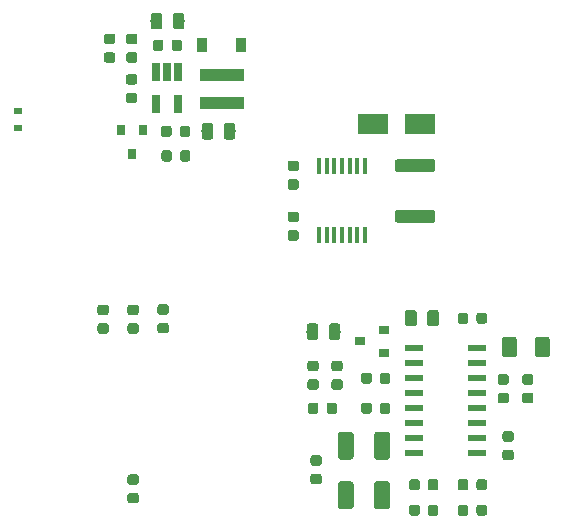
<source format=gbr>
G04 #@! TF.GenerationSoftware,KiCad,Pcbnew,(5.0.1)-rc2*
G04 #@! TF.CreationDate,2018-12-27T01:27:39+01:00*
G04 #@! TF.ProjectId,IoP_plant_base,496F505F706C616E745F626173652E6B,rev?*
G04 #@! TF.SameCoordinates,Original*
G04 #@! TF.FileFunction,Paste,Top*
G04 #@! TF.FilePolarity,Positive*
%FSLAX46Y46*%
G04 Gerber Fmt 4.6, Leading zero omitted, Abs format (unit mm)*
G04 Created by KiCad (PCBNEW (5.0.1)-rc2) date 2018/12/27 1:27:39*
%MOMM*%
%LPD*%
G01*
G04 APERTURE LIST*
%ADD10R,0.650000X1.560000*%
%ADD11R,0.450000X1.450000*%
%ADD12C,0.100000*%
%ADD13C,0.875000*%
%ADD14R,0.800000X0.900000*%
%ADD15R,0.700000X0.600000*%
%ADD16C,0.975000*%
%ADD17R,2.500000X1.800000*%
%ADD18C,1.125000*%
%ADD19C,1.250000*%
%ADD20R,0.900000X1.200000*%
%ADD21R,3.700000X0.980000*%
%ADD22R,1.500000X0.600000*%
%ADD23R,0.900000X0.800000*%
%ADD24C,1.325000*%
G04 APERTURE END LIST*
D10*
G04 #@! TO.C,U2*
X112522000Y-79908400D03*
X110622000Y-79908400D03*
X110622000Y-77208400D03*
X111572000Y-77208400D03*
X112522000Y-77208400D03*
G04 #@! TD*
D11*
G04 #@! TO.C,U3*
X124461200Y-85133600D03*
X125111200Y-85133600D03*
X125761200Y-85133600D03*
X126411200Y-85133600D03*
X127061200Y-85133600D03*
X127711200Y-85133600D03*
X128361200Y-85133600D03*
X128361200Y-91033600D03*
X127711200Y-91033600D03*
X127061200Y-91033600D03*
X126411200Y-91033600D03*
X125761200Y-91033600D03*
X125111200Y-91033600D03*
X124461200Y-91033600D03*
G04 #@! TD*
D12*
G04 #@! TO.C,R14*
G36*
X113371991Y-83828653D02*
X113393226Y-83831803D01*
X113414050Y-83837019D01*
X113434262Y-83844251D01*
X113453668Y-83853430D01*
X113472081Y-83864466D01*
X113489324Y-83877254D01*
X113505230Y-83891670D01*
X113519646Y-83907576D01*
X113532434Y-83924819D01*
X113543470Y-83943232D01*
X113552649Y-83962638D01*
X113559881Y-83982850D01*
X113565097Y-84003674D01*
X113568247Y-84024909D01*
X113569300Y-84046350D01*
X113569300Y-84558850D01*
X113568247Y-84580291D01*
X113565097Y-84601526D01*
X113559881Y-84622350D01*
X113552649Y-84642562D01*
X113543470Y-84661968D01*
X113532434Y-84680381D01*
X113519646Y-84697624D01*
X113505230Y-84713530D01*
X113489324Y-84727946D01*
X113472081Y-84740734D01*
X113453668Y-84751770D01*
X113434262Y-84760949D01*
X113414050Y-84768181D01*
X113393226Y-84773397D01*
X113371991Y-84776547D01*
X113350550Y-84777600D01*
X112913050Y-84777600D01*
X112891609Y-84776547D01*
X112870374Y-84773397D01*
X112849550Y-84768181D01*
X112829338Y-84760949D01*
X112809932Y-84751770D01*
X112791519Y-84740734D01*
X112774276Y-84727946D01*
X112758370Y-84713530D01*
X112743954Y-84697624D01*
X112731166Y-84680381D01*
X112720130Y-84661968D01*
X112710951Y-84642562D01*
X112703719Y-84622350D01*
X112698503Y-84601526D01*
X112695353Y-84580291D01*
X112694300Y-84558850D01*
X112694300Y-84046350D01*
X112695353Y-84024909D01*
X112698503Y-84003674D01*
X112703719Y-83982850D01*
X112710951Y-83962638D01*
X112720130Y-83943232D01*
X112731166Y-83924819D01*
X112743954Y-83907576D01*
X112758370Y-83891670D01*
X112774276Y-83877254D01*
X112791519Y-83864466D01*
X112809932Y-83853430D01*
X112829338Y-83844251D01*
X112849550Y-83837019D01*
X112870374Y-83831803D01*
X112891609Y-83828653D01*
X112913050Y-83827600D01*
X113350550Y-83827600D01*
X113371991Y-83828653D01*
X113371991Y-83828653D01*
G37*
D13*
X113131800Y-84302600D03*
D12*
G36*
X111796991Y-83828653D02*
X111818226Y-83831803D01*
X111839050Y-83837019D01*
X111859262Y-83844251D01*
X111878668Y-83853430D01*
X111897081Y-83864466D01*
X111914324Y-83877254D01*
X111930230Y-83891670D01*
X111944646Y-83907576D01*
X111957434Y-83924819D01*
X111968470Y-83943232D01*
X111977649Y-83962638D01*
X111984881Y-83982850D01*
X111990097Y-84003674D01*
X111993247Y-84024909D01*
X111994300Y-84046350D01*
X111994300Y-84558850D01*
X111993247Y-84580291D01*
X111990097Y-84601526D01*
X111984881Y-84622350D01*
X111977649Y-84642562D01*
X111968470Y-84661968D01*
X111957434Y-84680381D01*
X111944646Y-84697624D01*
X111930230Y-84713530D01*
X111914324Y-84727946D01*
X111897081Y-84740734D01*
X111878668Y-84751770D01*
X111859262Y-84760949D01*
X111839050Y-84768181D01*
X111818226Y-84773397D01*
X111796991Y-84776547D01*
X111775550Y-84777600D01*
X111338050Y-84777600D01*
X111316609Y-84776547D01*
X111295374Y-84773397D01*
X111274550Y-84768181D01*
X111254338Y-84760949D01*
X111234932Y-84751770D01*
X111216519Y-84740734D01*
X111199276Y-84727946D01*
X111183370Y-84713530D01*
X111168954Y-84697624D01*
X111156166Y-84680381D01*
X111145130Y-84661968D01*
X111135951Y-84642562D01*
X111128719Y-84622350D01*
X111123503Y-84601526D01*
X111120353Y-84580291D01*
X111119300Y-84558850D01*
X111119300Y-84046350D01*
X111120353Y-84024909D01*
X111123503Y-84003674D01*
X111128719Y-83982850D01*
X111135951Y-83962638D01*
X111145130Y-83943232D01*
X111156166Y-83924819D01*
X111168954Y-83907576D01*
X111183370Y-83891670D01*
X111199276Y-83877254D01*
X111216519Y-83864466D01*
X111234932Y-83853430D01*
X111254338Y-83844251D01*
X111274550Y-83837019D01*
X111295374Y-83831803D01*
X111316609Y-83828653D01*
X111338050Y-83827600D01*
X111775550Y-83827600D01*
X111796991Y-83828653D01*
X111796991Y-83828653D01*
G37*
D13*
X111556800Y-84302600D03*
G04 #@! TD*
D12*
G04 #@! TO.C,R13*
G36*
X111529691Y-96870853D02*
X111550926Y-96874003D01*
X111571750Y-96879219D01*
X111591962Y-96886451D01*
X111611368Y-96895630D01*
X111629781Y-96906666D01*
X111647024Y-96919454D01*
X111662930Y-96933870D01*
X111677346Y-96949776D01*
X111690134Y-96967019D01*
X111701170Y-96985432D01*
X111710349Y-97004838D01*
X111717581Y-97025050D01*
X111722797Y-97045874D01*
X111725947Y-97067109D01*
X111727000Y-97088550D01*
X111727000Y-97526050D01*
X111725947Y-97547491D01*
X111722797Y-97568726D01*
X111717581Y-97589550D01*
X111710349Y-97609762D01*
X111701170Y-97629168D01*
X111690134Y-97647581D01*
X111677346Y-97664824D01*
X111662930Y-97680730D01*
X111647024Y-97695146D01*
X111629781Y-97707934D01*
X111611368Y-97718970D01*
X111591962Y-97728149D01*
X111571750Y-97735381D01*
X111550926Y-97740597D01*
X111529691Y-97743747D01*
X111508250Y-97744800D01*
X110995750Y-97744800D01*
X110974309Y-97743747D01*
X110953074Y-97740597D01*
X110932250Y-97735381D01*
X110912038Y-97728149D01*
X110892632Y-97718970D01*
X110874219Y-97707934D01*
X110856976Y-97695146D01*
X110841070Y-97680730D01*
X110826654Y-97664824D01*
X110813866Y-97647581D01*
X110802830Y-97629168D01*
X110793651Y-97609762D01*
X110786419Y-97589550D01*
X110781203Y-97568726D01*
X110778053Y-97547491D01*
X110777000Y-97526050D01*
X110777000Y-97088550D01*
X110778053Y-97067109D01*
X110781203Y-97045874D01*
X110786419Y-97025050D01*
X110793651Y-97004838D01*
X110802830Y-96985432D01*
X110813866Y-96967019D01*
X110826654Y-96949776D01*
X110841070Y-96933870D01*
X110856976Y-96919454D01*
X110874219Y-96906666D01*
X110892632Y-96895630D01*
X110912038Y-96886451D01*
X110932250Y-96879219D01*
X110953074Y-96874003D01*
X110974309Y-96870853D01*
X110995750Y-96869800D01*
X111508250Y-96869800D01*
X111529691Y-96870853D01*
X111529691Y-96870853D01*
G37*
D13*
X111252000Y-97307300D03*
D12*
G36*
X111529691Y-98445853D02*
X111550926Y-98449003D01*
X111571750Y-98454219D01*
X111591962Y-98461451D01*
X111611368Y-98470630D01*
X111629781Y-98481666D01*
X111647024Y-98494454D01*
X111662930Y-98508870D01*
X111677346Y-98524776D01*
X111690134Y-98542019D01*
X111701170Y-98560432D01*
X111710349Y-98579838D01*
X111717581Y-98600050D01*
X111722797Y-98620874D01*
X111725947Y-98642109D01*
X111727000Y-98663550D01*
X111727000Y-99101050D01*
X111725947Y-99122491D01*
X111722797Y-99143726D01*
X111717581Y-99164550D01*
X111710349Y-99184762D01*
X111701170Y-99204168D01*
X111690134Y-99222581D01*
X111677346Y-99239824D01*
X111662930Y-99255730D01*
X111647024Y-99270146D01*
X111629781Y-99282934D01*
X111611368Y-99293970D01*
X111591962Y-99303149D01*
X111571750Y-99310381D01*
X111550926Y-99315597D01*
X111529691Y-99318747D01*
X111508250Y-99319800D01*
X110995750Y-99319800D01*
X110974309Y-99318747D01*
X110953074Y-99315597D01*
X110932250Y-99310381D01*
X110912038Y-99303149D01*
X110892632Y-99293970D01*
X110874219Y-99282934D01*
X110856976Y-99270146D01*
X110841070Y-99255730D01*
X110826654Y-99239824D01*
X110813866Y-99222581D01*
X110802830Y-99204168D01*
X110793651Y-99184762D01*
X110786419Y-99164550D01*
X110781203Y-99143726D01*
X110778053Y-99122491D01*
X110777000Y-99101050D01*
X110777000Y-98663550D01*
X110778053Y-98642109D01*
X110781203Y-98620874D01*
X110786419Y-98600050D01*
X110793651Y-98579838D01*
X110802830Y-98560432D01*
X110813866Y-98542019D01*
X110826654Y-98524776D01*
X110841070Y-98508870D01*
X110856976Y-98494454D01*
X110874219Y-98481666D01*
X110892632Y-98470630D01*
X110912038Y-98461451D01*
X110932250Y-98454219D01*
X110953074Y-98449003D01*
X110974309Y-98445853D01*
X110995750Y-98444800D01*
X111508250Y-98444800D01*
X111529691Y-98445853D01*
X111529691Y-98445853D01*
G37*
D13*
X111252000Y-98882300D03*
G04 #@! TD*
D12*
G04 #@! TO.C,R12*
G36*
X108989691Y-96896153D02*
X109010926Y-96899303D01*
X109031750Y-96904519D01*
X109051962Y-96911751D01*
X109071368Y-96920930D01*
X109089781Y-96931966D01*
X109107024Y-96944754D01*
X109122930Y-96959170D01*
X109137346Y-96975076D01*
X109150134Y-96992319D01*
X109161170Y-97010732D01*
X109170349Y-97030138D01*
X109177581Y-97050350D01*
X109182797Y-97071174D01*
X109185947Y-97092409D01*
X109187000Y-97113850D01*
X109187000Y-97551350D01*
X109185947Y-97572791D01*
X109182797Y-97594026D01*
X109177581Y-97614850D01*
X109170349Y-97635062D01*
X109161170Y-97654468D01*
X109150134Y-97672881D01*
X109137346Y-97690124D01*
X109122930Y-97706030D01*
X109107024Y-97720446D01*
X109089781Y-97733234D01*
X109071368Y-97744270D01*
X109051962Y-97753449D01*
X109031750Y-97760681D01*
X109010926Y-97765897D01*
X108989691Y-97769047D01*
X108968250Y-97770100D01*
X108455750Y-97770100D01*
X108434309Y-97769047D01*
X108413074Y-97765897D01*
X108392250Y-97760681D01*
X108372038Y-97753449D01*
X108352632Y-97744270D01*
X108334219Y-97733234D01*
X108316976Y-97720446D01*
X108301070Y-97706030D01*
X108286654Y-97690124D01*
X108273866Y-97672881D01*
X108262830Y-97654468D01*
X108253651Y-97635062D01*
X108246419Y-97614850D01*
X108241203Y-97594026D01*
X108238053Y-97572791D01*
X108237000Y-97551350D01*
X108237000Y-97113850D01*
X108238053Y-97092409D01*
X108241203Y-97071174D01*
X108246419Y-97050350D01*
X108253651Y-97030138D01*
X108262830Y-97010732D01*
X108273866Y-96992319D01*
X108286654Y-96975076D01*
X108301070Y-96959170D01*
X108316976Y-96944754D01*
X108334219Y-96931966D01*
X108352632Y-96920930D01*
X108372038Y-96911751D01*
X108392250Y-96904519D01*
X108413074Y-96899303D01*
X108434309Y-96896153D01*
X108455750Y-96895100D01*
X108968250Y-96895100D01*
X108989691Y-96896153D01*
X108989691Y-96896153D01*
G37*
D13*
X108712000Y-97332600D03*
D12*
G36*
X108989691Y-98471153D02*
X109010926Y-98474303D01*
X109031750Y-98479519D01*
X109051962Y-98486751D01*
X109071368Y-98495930D01*
X109089781Y-98506966D01*
X109107024Y-98519754D01*
X109122930Y-98534170D01*
X109137346Y-98550076D01*
X109150134Y-98567319D01*
X109161170Y-98585732D01*
X109170349Y-98605138D01*
X109177581Y-98625350D01*
X109182797Y-98646174D01*
X109185947Y-98667409D01*
X109187000Y-98688850D01*
X109187000Y-99126350D01*
X109185947Y-99147791D01*
X109182797Y-99169026D01*
X109177581Y-99189850D01*
X109170349Y-99210062D01*
X109161170Y-99229468D01*
X109150134Y-99247881D01*
X109137346Y-99265124D01*
X109122930Y-99281030D01*
X109107024Y-99295446D01*
X109089781Y-99308234D01*
X109071368Y-99319270D01*
X109051962Y-99328449D01*
X109031750Y-99335681D01*
X109010926Y-99340897D01*
X108989691Y-99344047D01*
X108968250Y-99345100D01*
X108455750Y-99345100D01*
X108434309Y-99344047D01*
X108413074Y-99340897D01*
X108392250Y-99335681D01*
X108372038Y-99328449D01*
X108352632Y-99319270D01*
X108334219Y-99308234D01*
X108316976Y-99295446D01*
X108301070Y-99281030D01*
X108286654Y-99265124D01*
X108273866Y-99247881D01*
X108262830Y-99229468D01*
X108253651Y-99210062D01*
X108246419Y-99189850D01*
X108241203Y-99169026D01*
X108238053Y-99147791D01*
X108237000Y-99126350D01*
X108237000Y-98688850D01*
X108238053Y-98667409D01*
X108241203Y-98646174D01*
X108246419Y-98625350D01*
X108253651Y-98605138D01*
X108262830Y-98585732D01*
X108273866Y-98567319D01*
X108286654Y-98550076D01*
X108301070Y-98534170D01*
X108316976Y-98519754D01*
X108334219Y-98506966D01*
X108352632Y-98495930D01*
X108372038Y-98486751D01*
X108392250Y-98479519D01*
X108413074Y-98474303D01*
X108434309Y-98471153D01*
X108455750Y-98470100D01*
X108968250Y-98470100D01*
X108989691Y-98471153D01*
X108989691Y-98471153D01*
G37*
D13*
X108712000Y-98907600D03*
G04 #@! TD*
D14*
G04 #@! TO.C,Q2*
X108620600Y-84143600D03*
X107670600Y-82143600D03*
X109570600Y-82143600D03*
G04 #@! TD*
D15*
G04 #@! TO.C,D3*
X98933000Y-80515000D03*
X98933000Y-81915000D03*
G04 #@! TD*
D12*
G04 #@! TO.C,C19*
G36*
X111085791Y-74456053D02*
X111107026Y-74459203D01*
X111127850Y-74464419D01*
X111148062Y-74471651D01*
X111167468Y-74480830D01*
X111185881Y-74491866D01*
X111203124Y-74504654D01*
X111219030Y-74519070D01*
X111233446Y-74534976D01*
X111246234Y-74552219D01*
X111257270Y-74570632D01*
X111266449Y-74590038D01*
X111273681Y-74610250D01*
X111278897Y-74631074D01*
X111282047Y-74652309D01*
X111283100Y-74673750D01*
X111283100Y-75186250D01*
X111282047Y-75207691D01*
X111278897Y-75228926D01*
X111273681Y-75249750D01*
X111266449Y-75269962D01*
X111257270Y-75289368D01*
X111246234Y-75307781D01*
X111233446Y-75325024D01*
X111219030Y-75340930D01*
X111203124Y-75355346D01*
X111185881Y-75368134D01*
X111167468Y-75379170D01*
X111148062Y-75388349D01*
X111127850Y-75395581D01*
X111107026Y-75400797D01*
X111085791Y-75403947D01*
X111064350Y-75405000D01*
X110626850Y-75405000D01*
X110605409Y-75403947D01*
X110584174Y-75400797D01*
X110563350Y-75395581D01*
X110543138Y-75388349D01*
X110523732Y-75379170D01*
X110505319Y-75368134D01*
X110488076Y-75355346D01*
X110472170Y-75340930D01*
X110457754Y-75325024D01*
X110444966Y-75307781D01*
X110433930Y-75289368D01*
X110424751Y-75269962D01*
X110417519Y-75249750D01*
X110412303Y-75228926D01*
X110409153Y-75207691D01*
X110408100Y-75186250D01*
X110408100Y-74673750D01*
X110409153Y-74652309D01*
X110412303Y-74631074D01*
X110417519Y-74610250D01*
X110424751Y-74590038D01*
X110433930Y-74570632D01*
X110444966Y-74552219D01*
X110457754Y-74534976D01*
X110472170Y-74519070D01*
X110488076Y-74504654D01*
X110505319Y-74491866D01*
X110523732Y-74480830D01*
X110543138Y-74471651D01*
X110563350Y-74464419D01*
X110584174Y-74459203D01*
X110605409Y-74456053D01*
X110626850Y-74455000D01*
X111064350Y-74455000D01*
X111085791Y-74456053D01*
X111085791Y-74456053D01*
G37*
D13*
X110845600Y-74930000D03*
D12*
G36*
X112660791Y-74456053D02*
X112682026Y-74459203D01*
X112702850Y-74464419D01*
X112723062Y-74471651D01*
X112742468Y-74480830D01*
X112760881Y-74491866D01*
X112778124Y-74504654D01*
X112794030Y-74519070D01*
X112808446Y-74534976D01*
X112821234Y-74552219D01*
X112832270Y-74570632D01*
X112841449Y-74590038D01*
X112848681Y-74610250D01*
X112853897Y-74631074D01*
X112857047Y-74652309D01*
X112858100Y-74673750D01*
X112858100Y-75186250D01*
X112857047Y-75207691D01*
X112853897Y-75228926D01*
X112848681Y-75249750D01*
X112841449Y-75269962D01*
X112832270Y-75289368D01*
X112821234Y-75307781D01*
X112808446Y-75325024D01*
X112794030Y-75340930D01*
X112778124Y-75355346D01*
X112760881Y-75368134D01*
X112742468Y-75379170D01*
X112723062Y-75388349D01*
X112702850Y-75395581D01*
X112682026Y-75400797D01*
X112660791Y-75403947D01*
X112639350Y-75405000D01*
X112201850Y-75405000D01*
X112180409Y-75403947D01*
X112159174Y-75400797D01*
X112138350Y-75395581D01*
X112118138Y-75388349D01*
X112098732Y-75379170D01*
X112080319Y-75368134D01*
X112063076Y-75355346D01*
X112047170Y-75340930D01*
X112032754Y-75325024D01*
X112019966Y-75307781D01*
X112008930Y-75289368D01*
X111999751Y-75269962D01*
X111992519Y-75249750D01*
X111987303Y-75228926D01*
X111984153Y-75207691D01*
X111983100Y-75186250D01*
X111983100Y-74673750D01*
X111984153Y-74652309D01*
X111987303Y-74631074D01*
X111992519Y-74610250D01*
X111999751Y-74590038D01*
X112008930Y-74570632D01*
X112019966Y-74552219D01*
X112032754Y-74534976D01*
X112047170Y-74519070D01*
X112063076Y-74504654D01*
X112080319Y-74491866D01*
X112098732Y-74480830D01*
X112118138Y-74471651D01*
X112138350Y-74464419D01*
X112159174Y-74459203D01*
X112180409Y-74456053D01*
X112201850Y-74455000D01*
X112639350Y-74455000D01*
X112660791Y-74456053D01*
X112660791Y-74456053D01*
G37*
D13*
X112420600Y-74930000D03*
G04 #@! TD*
D12*
G04 #@! TO.C,C18*
G36*
X122553291Y-84704153D02*
X122574526Y-84707303D01*
X122595350Y-84712519D01*
X122615562Y-84719751D01*
X122634968Y-84728930D01*
X122653381Y-84739966D01*
X122670624Y-84752754D01*
X122686530Y-84767170D01*
X122700946Y-84783076D01*
X122713734Y-84800319D01*
X122724770Y-84818732D01*
X122733949Y-84838138D01*
X122741181Y-84858350D01*
X122746397Y-84879174D01*
X122749547Y-84900409D01*
X122750600Y-84921850D01*
X122750600Y-85359350D01*
X122749547Y-85380791D01*
X122746397Y-85402026D01*
X122741181Y-85422850D01*
X122733949Y-85443062D01*
X122724770Y-85462468D01*
X122713734Y-85480881D01*
X122700946Y-85498124D01*
X122686530Y-85514030D01*
X122670624Y-85528446D01*
X122653381Y-85541234D01*
X122634968Y-85552270D01*
X122615562Y-85561449D01*
X122595350Y-85568681D01*
X122574526Y-85573897D01*
X122553291Y-85577047D01*
X122531850Y-85578100D01*
X122019350Y-85578100D01*
X121997909Y-85577047D01*
X121976674Y-85573897D01*
X121955850Y-85568681D01*
X121935638Y-85561449D01*
X121916232Y-85552270D01*
X121897819Y-85541234D01*
X121880576Y-85528446D01*
X121864670Y-85514030D01*
X121850254Y-85498124D01*
X121837466Y-85480881D01*
X121826430Y-85462468D01*
X121817251Y-85443062D01*
X121810019Y-85422850D01*
X121804803Y-85402026D01*
X121801653Y-85380791D01*
X121800600Y-85359350D01*
X121800600Y-84921850D01*
X121801653Y-84900409D01*
X121804803Y-84879174D01*
X121810019Y-84858350D01*
X121817251Y-84838138D01*
X121826430Y-84818732D01*
X121837466Y-84800319D01*
X121850254Y-84783076D01*
X121864670Y-84767170D01*
X121880576Y-84752754D01*
X121897819Y-84739966D01*
X121916232Y-84728930D01*
X121935638Y-84719751D01*
X121955850Y-84712519D01*
X121976674Y-84707303D01*
X121997909Y-84704153D01*
X122019350Y-84703100D01*
X122531850Y-84703100D01*
X122553291Y-84704153D01*
X122553291Y-84704153D01*
G37*
D13*
X122275600Y-85140600D03*
D12*
G36*
X122553291Y-86279153D02*
X122574526Y-86282303D01*
X122595350Y-86287519D01*
X122615562Y-86294751D01*
X122634968Y-86303930D01*
X122653381Y-86314966D01*
X122670624Y-86327754D01*
X122686530Y-86342170D01*
X122700946Y-86358076D01*
X122713734Y-86375319D01*
X122724770Y-86393732D01*
X122733949Y-86413138D01*
X122741181Y-86433350D01*
X122746397Y-86454174D01*
X122749547Y-86475409D01*
X122750600Y-86496850D01*
X122750600Y-86934350D01*
X122749547Y-86955791D01*
X122746397Y-86977026D01*
X122741181Y-86997850D01*
X122733949Y-87018062D01*
X122724770Y-87037468D01*
X122713734Y-87055881D01*
X122700946Y-87073124D01*
X122686530Y-87089030D01*
X122670624Y-87103446D01*
X122653381Y-87116234D01*
X122634968Y-87127270D01*
X122615562Y-87136449D01*
X122595350Y-87143681D01*
X122574526Y-87148897D01*
X122553291Y-87152047D01*
X122531850Y-87153100D01*
X122019350Y-87153100D01*
X121997909Y-87152047D01*
X121976674Y-87148897D01*
X121955850Y-87143681D01*
X121935638Y-87136449D01*
X121916232Y-87127270D01*
X121897819Y-87116234D01*
X121880576Y-87103446D01*
X121864670Y-87089030D01*
X121850254Y-87073124D01*
X121837466Y-87055881D01*
X121826430Y-87037468D01*
X121817251Y-87018062D01*
X121810019Y-86997850D01*
X121804803Y-86977026D01*
X121801653Y-86955791D01*
X121800600Y-86934350D01*
X121800600Y-86496850D01*
X121801653Y-86475409D01*
X121804803Y-86454174D01*
X121810019Y-86433350D01*
X121817251Y-86413138D01*
X121826430Y-86393732D01*
X121837466Y-86375319D01*
X121850254Y-86358076D01*
X121864670Y-86342170D01*
X121880576Y-86327754D01*
X121897819Y-86314966D01*
X121916232Y-86303930D01*
X121935638Y-86294751D01*
X121955850Y-86287519D01*
X121976674Y-86282303D01*
X121997909Y-86279153D01*
X122019350Y-86278100D01*
X122531850Y-86278100D01*
X122553291Y-86279153D01*
X122553291Y-86279153D01*
G37*
D13*
X122275600Y-86715600D03*
G04 #@! TD*
D12*
G04 #@! TO.C,C17*
G36*
X122553291Y-90597153D02*
X122574526Y-90600303D01*
X122595350Y-90605519D01*
X122615562Y-90612751D01*
X122634968Y-90621930D01*
X122653381Y-90632966D01*
X122670624Y-90645754D01*
X122686530Y-90660170D01*
X122700946Y-90676076D01*
X122713734Y-90693319D01*
X122724770Y-90711732D01*
X122733949Y-90731138D01*
X122741181Y-90751350D01*
X122746397Y-90772174D01*
X122749547Y-90793409D01*
X122750600Y-90814850D01*
X122750600Y-91252350D01*
X122749547Y-91273791D01*
X122746397Y-91295026D01*
X122741181Y-91315850D01*
X122733949Y-91336062D01*
X122724770Y-91355468D01*
X122713734Y-91373881D01*
X122700946Y-91391124D01*
X122686530Y-91407030D01*
X122670624Y-91421446D01*
X122653381Y-91434234D01*
X122634968Y-91445270D01*
X122615562Y-91454449D01*
X122595350Y-91461681D01*
X122574526Y-91466897D01*
X122553291Y-91470047D01*
X122531850Y-91471100D01*
X122019350Y-91471100D01*
X121997909Y-91470047D01*
X121976674Y-91466897D01*
X121955850Y-91461681D01*
X121935638Y-91454449D01*
X121916232Y-91445270D01*
X121897819Y-91434234D01*
X121880576Y-91421446D01*
X121864670Y-91407030D01*
X121850254Y-91391124D01*
X121837466Y-91373881D01*
X121826430Y-91355468D01*
X121817251Y-91336062D01*
X121810019Y-91315850D01*
X121804803Y-91295026D01*
X121801653Y-91273791D01*
X121800600Y-91252350D01*
X121800600Y-90814850D01*
X121801653Y-90793409D01*
X121804803Y-90772174D01*
X121810019Y-90751350D01*
X121817251Y-90731138D01*
X121826430Y-90711732D01*
X121837466Y-90693319D01*
X121850254Y-90676076D01*
X121864670Y-90660170D01*
X121880576Y-90645754D01*
X121897819Y-90632966D01*
X121916232Y-90621930D01*
X121935638Y-90612751D01*
X121955850Y-90605519D01*
X121976674Y-90600303D01*
X121997909Y-90597153D01*
X122019350Y-90596100D01*
X122531850Y-90596100D01*
X122553291Y-90597153D01*
X122553291Y-90597153D01*
G37*
D13*
X122275600Y-91033600D03*
D12*
G36*
X122553291Y-89022153D02*
X122574526Y-89025303D01*
X122595350Y-89030519D01*
X122615562Y-89037751D01*
X122634968Y-89046930D01*
X122653381Y-89057966D01*
X122670624Y-89070754D01*
X122686530Y-89085170D01*
X122700946Y-89101076D01*
X122713734Y-89118319D01*
X122724770Y-89136732D01*
X122733949Y-89156138D01*
X122741181Y-89176350D01*
X122746397Y-89197174D01*
X122749547Y-89218409D01*
X122750600Y-89239850D01*
X122750600Y-89677350D01*
X122749547Y-89698791D01*
X122746397Y-89720026D01*
X122741181Y-89740850D01*
X122733949Y-89761062D01*
X122724770Y-89780468D01*
X122713734Y-89798881D01*
X122700946Y-89816124D01*
X122686530Y-89832030D01*
X122670624Y-89846446D01*
X122653381Y-89859234D01*
X122634968Y-89870270D01*
X122615562Y-89879449D01*
X122595350Y-89886681D01*
X122574526Y-89891897D01*
X122553291Y-89895047D01*
X122531850Y-89896100D01*
X122019350Y-89896100D01*
X121997909Y-89895047D01*
X121976674Y-89891897D01*
X121955850Y-89886681D01*
X121935638Y-89879449D01*
X121916232Y-89870270D01*
X121897819Y-89859234D01*
X121880576Y-89846446D01*
X121864670Y-89832030D01*
X121850254Y-89816124D01*
X121837466Y-89798881D01*
X121826430Y-89780468D01*
X121817251Y-89761062D01*
X121810019Y-89740850D01*
X121804803Y-89720026D01*
X121801653Y-89698791D01*
X121800600Y-89677350D01*
X121800600Y-89239850D01*
X121801653Y-89218409D01*
X121804803Y-89197174D01*
X121810019Y-89176350D01*
X121817251Y-89156138D01*
X121826430Y-89136732D01*
X121837466Y-89118319D01*
X121850254Y-89101076D01*
X121864670Y-89085170D01*
X121880576Y-89070754D01*
X121897819Y-89057966D01*
X121916232Y-89046930D01*
X121935638Y-89037751D01*
X121955850Y-89030519D01*
X121976674Y-89025303D01*
X121997909Y-89022153D01*
X122019350Y-89021100D01*
X122531850Y-89021100D01*
X122553291Y-89022153D01*
X122553291Y-89022153D01*
G37*
D13*
X122275600Y-89458600D03*
G04 #@! TD*
D12*
G04 #@! TO.C,C5*
G36*
X112835842Y-72199174D02*
X112859503Y-72202684D01*
X112882707Y-72208496D01*
X112905229Y-72216554D01*
X112926853Y-72226782D01*
X112947370Y-72239079D01*
X112966583Y-72253329D01*
X112984307Y-72269393D01*
X113000371Y-72287117D01*
X113014621Y-72306330D01*
X113026918Y-72326847D01*
X113037146Y-72348471D01*
X113045204Y-72370993D01*
X113051016Y-72394197D01*
X113054526Y-72417858D01*
X113055700Y-72441750D01*
X113055700Y-73354250D01*
X113054526Y-73378142D01*
X113051016Y-73401803D01*
X113045204Y-73425007D01*
X113037146Y-73447529D01*
X113026918Y-73469153D01*
X113014621Y-73489670D01*
X113000371Y-73508883D01*
X112984307Y-73526607D01*
X112966583Y-73542671D01*
X112947370Y-73556921D01*
X112926853Y-73569218D01*
X112905229Y-73579446D01*
X112882707Y-73587504D01*
X112859503Y-73593316D01*
X112835842Y-73596826D01*
X112811950Y-73598000D01*
X112324450Y-73598000D01*
X112300558Y-73596826D01*
X112276897Y-73593316D01*
X112253693Y-73587504D01*
X112231171Y-73579446D01*
X112209547Y-73569218D01*
X112189030Y-73556921D01*
X112169817Y-73542671D01*
X112152093Y-73526607D01*
X112136029Y-73508883D01*
X112121779Y-73489670D01*
X112109482Y-73469153D01*
X112099254Y-73447529D01*
X112091196Y-73425007D01*
X112085384Y-73401803D01*
X112081874Y-73378142D01*
X112080700Y-73354250D01*
X112080700Y-72441750D01*
X112081874Y-72417858D01*
X112085384Y-72394197D01*
X112091196Y-72370993D01*
X112099254Y-72348471D01*
X112109482Y-72326847D01*
X112121779Y-72306330D01*
X112136029Y-72287117D01*
X112152093Y-72269393D01*
X112169817Y-72253329D01*
X112189030Y-72239079D01*
X112209547Y-72226782D01*
X112231171Y-72216554D01*
X112253693Y-72208496D01*
X112276897Y-72202684D01*
X112300558Y-72199174D01*
X112324450Y-72198000D01*
X112811950Y-72198000D01*
X112835842Y-72199174D01*
X112835842Y-72199174D01*
G37*
D16*
X112568200Y-72898000D03*
D12*
G36*
X110960842Y-72199174D02*
X110984503Y-72202684D01*
X111007707Y-72208496D01*
X111030229Y-72216554D01*
X111051853Y-72226782D01*
X111072370Y-72239079D01*
X111091583Y-72253329D01*
X111109307Y-72269393D01*
X111125371Y-72287117D01*
X111139621Y-72306330D01*
X111151918Y-72326847D01*
X111162146Y-72348471D01*
X111170204Y-72370993D01*
X111176016Y-72394197D01*
X111179526Y-72417858D01*
X111180700Y-72441750D01*
X111180700Y-73354250D01*
X111179526Y-73378142D01*
X111176016Y-73401803D01*
X111170204Y-73425007D01*
X111162146Y-73447529D01*
X111151918Y-73469153D01*
X111139621Y-73489670D01*
X111125371Y-73508883D01*
X111109307Y-73526607D01*
X111091583Y-73542671D01*
X111072370Y-73556921D01*
X111051853Y-73569218D01*
X111030229Y-73579446D01*
X111007707Y-73587504D01*
X110984503Y-73593316D01*
X110960842Y-73596826D01*
X110936950Y-73598000D01*
X110449450Y-73598000D01*
X110425558Y-73596826D01*
X110401897Y-73593316D01*
X110378693Y-73587504D01*
X110356171Y-73579446D01*
X110334547Y-73569218D01*
X110314030Y-73556921D01*
X110294817Y-73542671D01*
X110277093Y-73526607D01*
X110261029Y-73508883D01*
X110246779Y-73489670D01*
X110234482Y-73469153D01*
X110224254Y-73447529D01*
X110216196Y-73425007D01*
X110210384Y-73401803D01*
X110206874Y-73378142D01*
X110205700Y-73354250D01*
X110205700Y-72441750D01*
X110206874Y-72417858D01*
X110210384Y-72394197D01*
X110216196Y-72370993D01*
X110224254Y-72348471D01*
X110234482Y-72326847D01*
X110246779Y-72306330D01*
X110261029Y-72287117D01*
X110277093Y-72269393D01*
X110294817Y-72253329D01*
X110314030Y-72239079D01*
X110334547Y-72226782D01*
X110356171Y-72216554D01*
X110378693Y-72208496D01*
X110401897Y-72202684D01*
X110425558Y-72199174D01*
X110449450Y-72198000D01*
X110936950Y-72198000D01*
X110960842Y-72199174D01*
X110960842Y-72199174D01*
G37*
D16*
X110693200Y-72898000D03*
G04 #@! TD*
D12*
G04 #@! TO.C,C1*
G36*
X111771391Y-81745853D02*
X111792626Y-81749003D01*
X111813450Y-81754219D01*
X111833662Y-81761451D01*
X111853068Y-81770630D01*
X111871481Y-81781666D01*
X111888724Y-81794454D01*
X111904630Y-81808870D01*
X111919046Y-81824776D01*
X111931834Y-81842019D01*
X111942870Y-81860432D01*
X111952049Y-81879838D01*
X111959281Y-81900050D01*
X111964497Y-81920874D01*
X111967647Y-81942109D01*
X111968700Y-81963550D01*
X111968700Y-82476050D01*
X111967647Y-82497491D01*
X111964497Y-82518726D01*
X111959281Y-82539550D01*
X111952049Y-82559762D01*
X111942870Y-82579168D01*
X111931834Y-82597581D01*
X111919046Y-82614824D01*
X111904630Y-82630730D01*
X111888724Y-82645146D01*
X111871481Y-82657934D01*
X111853068Y-82668970D01*
X111833662Y-82678149D01*
X111813450Y-82685381D01*
X111792626Y-82690597D01*
X111771391Y-82693747D01*
X111749950Y-82694800D01*
X111312450Y-82694800D01*
X111291009Y-82693747D01*
X111269774Y-82690597D01*
X111248950Y-82685381D01*
X111228738Y-82678149D01*
X111209332Y-82668970D01*
X111190919Y-82657934D01*
X111173676Y-82645146D01*
X111157770Y-82630730D01*
X111143354Y-82614824D01*
X111130566Y-82597581D01*
X111119530Y-82579168D01*
X111110351Y-82559762D01*
X111103119Y-82539550D01*
X111097903Y-82518726D01*
X111094753Y-82497491D01*
X111093700Y-82476050D01*
X111093700Y-81963550D01*
X111094753Y-81942109D01*
X111097903Y-81920874D01*
X111103119Y-81900050D01*
X111110351Y-81879838D01*
X111119530Y-81860432D01*
X111130566Y-81842019D01*
X111143354Y-81824776D01*
X111157770Y-81808870D01*
X111173676Y-81794454D01*
X111190919Y-81781666D01*
X111209332Y-81770630D01*
X111228738Y-81761451D01*
X111248950Y-81754219D01*
X111269774Y-81749003D01*
X111291009Y-81745853D01*
X111312450Y-81744800D01*
X111749950Y-81744800D01*
X111771391Y-81745853D01*
X111771391Y-81745853D01*
G37*
D13*
X111531200Y-82219800D03*
D12*
G36*
X113346391Y-81745853D02*
X113367626Y-81749003D01*
X113388450Y-81754219D01*
X113408662Y-81761451D01*
X113428068Y-81770630D01*
X113446481Y-81781666D01*
X113463724Y-81794454D01*
X113479630Y-81808870D01*
X113494046Y-81824776D01*
X113506834Y-81842019D01*
X113517870Y-81860432D01*
X113527049Y-81879838D01*
X113534281Y-81900050D01*
X113539497Y-81920874D01*
X113542647Y-81942109D01*
X113543700Y-81963550D01*
X113543700Y-82476050D01*
X113542647Y-82497491D01*
X113539497Y-82518726D01*
X113534281Y-82539550D01*
X113527049Y-82559762D01*
X113517870Y-82579168D01*
X113506834Y-82597581D01*
X113494046Y-82614824D01*
X113479630Y-82630730D01*
X113463724Y-82645146D01*
X113446481Y-82657934D01*
X113428068Y-82668970D01*
X113408662Y-82678149D01*
X113388450Y-82685381D01*
X113367626Y-82690597D01*
X113346391Y-82693747D01*
X113324950Y-82694800D01*
X112887450Y-82694800D01*
X112866009Y-82693747D01*
X112844774Y-82690597D01*
X112823950Y-82685381D01*
X112803738Y-82678149D01*
X112784332Y-82668970D01*
X112765919Y-82657934D01*
X112748676Y-82645146D01*
X112732770Y-82630730D01*
X112718354Y-82614824D01*
X112705566Y-82597581D01*
X112694530Y-82579168D01*
X112685351Y-82559762D01*
X112678119Y-82539550D01*
X112672903Y-82518726D01*
X112669753Y-82497491D01*
X112668700Y-82476050D01*
X112668700Y-81963550D01*
X112669753Y-81942109D01*
X112672903Y-81920874D01*
X112678119Y-81900050D01*
X112685351Y-81879838D01*
X112694530Y-81860432D01*
X112705566Y-81842019D01*
X112718354Y-81824776D01*
X112732770Y-81808870D01*
X112748676Y-81794454D01*
X112765919Y-81781666D01*
X112784332Y-81770630D01*
X112803738Y-81761451D01*
X112823950Y-81754219D01*
X112844774Y-81749003D01*
X112866009Y-81745853D01*
X112887450Y-81744800D01*
X113324950Y-81744800D01*
X113346391Y-81745853D01*
X113346391Y-81745853D01*
G37*
D13*
X113106200Y-82219800D03*
G04 #@! TD*
D17*
G04 #@! TO.C,D1*
X132994400Y-81635600D03*
X128994400Y-81635600D03*
G04 #@! TD*
D12*
G04 #@! TO.C,F1*
G36*
X134062505Y-84571704D02*
X134086773Y-84575304D01*
X134110572Y-84581265D01*
X134133671Y-84589530D01*
X134155850Y-84600020D01*
X134176893Y-84612632D01*
X134196599Y-84627247D01*
X134214777Y-84643723D01*
X134231253Y-84661901D01*
X134245868Y-84681607D01*
X134258480Y-84702650D01*
X134268970Y-84724829D01*
X134277235Y-84747928D01*
X134283196Y-84771727D01*
X134286796Y-84795995D01*
X134288000Y-84820499D01*
X134288000Y-85445501D01*
X134286796Y-85470005D01*
X134283196Y-85494273D01*
X134277235Y-85518072D01*
X134268970Y-85541171D01*
X134258480Y-85563350D01*
X134245868Y-85584393D01*
X134231253Y-85604099D01*
X134214777Y-85622277D01*
X134196599Y-85638753D01*
X134176893Y-85653368D01*
X134155850Y-85665980D01*
X134133671Y-85676470D01*
X134110572Y-85684735D01*
X134086773Y-85690696D01*
X134062505Y-85694296D01*
X134038001Y-85695500D01*
X131137999Y-85695500D01*
X131113495Y-85694296D01*
X131089227Y-85690696D01*
X131065428Y-85684735D01*
X131042329Y-85676470D01*
X131020150Y-85665980D01*
X130999107Y-85653368D01*
X130979401Y-85638753D01*
X130961223Y-85622277D01*
X130944747Y-85604099D01*
X130930132Y-85584393D01*
X130917520Y-85563350D01*
X130907030Y-85541171D01*
X130898765Y-85518072D01*
X130892804Y-85494273D01*
X130889204Y-85470005D01*
X130888000Y-85445501D01*
X130888000Y-84820499D01*
X130889204Y-84795995D01*
X130892804Y-84771727D01*
X130898765Y-84747928D01*
X130907030Y-84724829D01*
X130917520Y-84702650D01*
X130930132Y-84681607D01*
X130944747Y-84661901D01*
X130961223Y-84643723D01*
X130979401Y-84627247D01*
X130999107Y-84612632D01*
X131020150Y-84600020D01*
X131042329Y-84589530D01*
X131065428Y-84581265D01*
X131089227Y-84575304D01*
X131113495Y-84571704D01*
X131137999Y-84570500D01*
X134038001Y-84570500D01*
X134062505Y-84571704D01*
X134062505Y-84571704D01*
G37*
D18*
X132588000Y-85133000D03*
D12*
G36*
X134062505Y-88846704D02*
X134086773Y-88850304D01*
X134110572Y-88856265D01*
X134133671Y-88864530D01*
X134155850Y-88875020D01*
X134176893Y-88887632D01*
X134196599Y-88902247D01*
X134214777Y-88918723D01*
X134231253Y-88936901D01*
X134245868Y-88956607D01*
X134258480Y-88977650D01*
X134268970Y-88999829D01*
X134277235Y-89022928D01*
X134283196Y-89046727D01*
X134286796Y-89070995D01*
X134288000Y-89095499D01*
X134288000Y-89720501D01*
X134286796Y-89745005D01*
X134283196Y-89769273D01*
X134277235Y-89793072D01*
X134268970Y-89816171D01*
X134258480Y-89838350D01*
X134245868Y-89859393D01*
X134231253Y-89879099D01*
X134214777Y-89897277D01*
X134196599Y-89913753D01*
X134176893Y-89928368D01*
X134155850Y-89940980D01*
X134133671Y-89951470D01*
X134110572Y-89959735D01*
X134086773Y-89965696D01*
X134062505Y-89969296D01*
X134038001Y-89970500D01*
X131137999Y-89970500D01*
X131113495Y-89969296D01*
X131089227Y-89965696D01*
X131065428Y-89959735D01*
X131042329Y-89951470D01*
X131020150Y-89940980D01*
X130999107Y-89928368D01*
X130979401Y-89913753D01*
X130961223Y-89897277D01*
X130944747Y-89879099D01*
X130930132Y-89859393D01*
X130917520Y-89838350D01*
X130907030Y-89816171D01*
X130898765Y-89793072D01*
X130892804Y-89769273D01*
X130889204Y-89745005D01*
X130888000Y-89720501D01*
X130888000Y-89095499D01*
X130889204Y-89070995D01*
X130892804Y-89046727D01*
X130898765Y-89022928D01*
X130907030Y-88999829D01*
X130917520Y-88977650D01*
X130930132Y-88956607D01*
X130944747Y-88936901D01*
X130961223Y-88918723D01*
X130979401Y-88902247D01*
X130999107Y-88887632D01*
X131020150Y-88875020D01*
X131042329Y-88864530D01*
X131065428Y-88856265D01*
X131089227Y-88850304D01*
X131113495Y-88846704D01*
X131137999Y-88845500D01*
X134038001Y-88845500D01*
X134062505Y-88846704D01*
X134062505Y-88846704D01*
G37*
D18*
X132588000Y-89408000D03*
G04 #@! TD*
D12*
G04 #@! TO.C,C16*
G36*
X138467191Y-97570053D02*
X138488426Y-97573203D01*
X138509250Y-97578419D01*
X138529462Y-97585651D01*
X138548868Y-97594830D01*
X138567281Y-97605866D01*
X138584524Y-97618654D01*
X138600430Y-97633070D01*
X138614846Y-97648976D01*
X138627634Y-97666219D01*
X138638670Y-97684632D01*
X138647849Y-97704038D01*
X138655081Y-97724250D01*
X138660297Y-97745074D01*
X138663447Y-97766309D01*
X138664500Y-97787750D01*
X138664500Y-98300250D01*
X138663447Y-98321691D01*
X138660297Y-98342926D01*
X138655081Y-98363750D01*
X138647849Y-98383962D01*
X138638670Y-98403368D01*
X138627634Y-98421781D01*
X138614846Y-98439024D01*
X138600430Y-98454930D01*
X138584524Y-98469346D01*
X138567281Y-98482134D01*
X138548868Y-98493170D01*
X138529462Y-98502349D01*
X138509250Y-98509581D01*
X138488426Y-98514797D01*
X138467191Y-98517947D01*
X138445750Y-98519000D01*
X138008250Y-98519000D01*
X137986809Y-98517947D01*
X137965574Y-98514797D01*
X137944750Y-98509581D01*
X137924538Y-98502349D01*
X137905132Y-98493170D01*
X137886719Y-98482134D01*
X137869476Y-98469346D01*
X137853570Y-98454930D01*
X137839154Y-98439024D01*
X137826366Y-98421781D01*
X137815330Y-98403368D01*
X137806151Y-98383962D01*
X137798919Y-98363750D01*
X137793703Y-98342926D01*
X137790553Y-98321691D01*
X137789500Y-98300250D01*
X137789500Y-97787750D01*
X137790553Y-97766309D01*
X137793703Y-97745074D01*
X137798919Y-97724250D01*
X137806151Y-97704038D01*
X137815330Y-97684632D01*
X137826366Y-97666219D01*
X137839154Y-97648976D01*
X137853570Y-97633070D01*
X137869476Y-97618654D01*
X137886719Y-97605866D01*
X137905132Y-97594830D01*
X137924538Y-97585651D01*
X137944750Y-97578419D01*
X137965574Y-97573203D01*
X137986809Y-97570053D01*
X138008250Y-97569000D01*
X138445750Y-97569000D01*
X138467191Y-97570053D01*
X138467191Y-97570053D01*
G37*
D13*
X138227000Y-98044000D03*
D12*
G36*
X136892191Y-97570053D02*
X136913426Y-97573203D01*
X136934250Y-97578419D01*
X136954462Y-97585651D01*
X136973868Y-97594830D01*
X136992281Y-97605866D01*
X137009524Y-97618654D01*
X137025430Y-97633070D01*
X137039846Y-97648976D01*
X137052634Y-97666219D01*
X137063670Y-97684632D01*
X137072849Y-97704038D01*
X137080081Y-97724250D01*
X137085297Y-97745074D01*
X137088447Y-97766309D01*
X137089500Y-97787750D01*
X137089500Y-98300250D01*
X137088447Y-98321691D01*
X137085297Y-98342926D01*
X137080081Y-98363750D01*
X137072849Y-98383962D01*
X137063670Y-98403368D01*
X137052634Y-98421781D01*
X137039846Y-98439024D01*
X137025430Y-98454930D01*
X137009524Y-98469346D01*
X136992281Y-98482134D01*
X136973868Y-98493170D01*
X136954462Y-98502349D01*
X136934250Y-98509581D01*
X136913426Y-98514797D01*
X136892191Y-98517947D01*
X136870750Y-98519000D01*
X136433250Y-98519000D01*
X136411809Y-98517947D01*
X136390574Y-98514797D01*
X136369750Y-98509581D01*
X136349538Y-98502349D01*
X136330132Y-98493170D01*
X136311719Y-98482134D01*
X136294476Y-98469346D01*
X136278570Y-98454930D01*
X136264154Y-98439024D01*
X136251366Y-98421781D01*
X136240330Y-98403368D01*
X136231151Y-98383962D01*
X136223919Y-98363750D01*
X136218703Y-98342926D01*
X136215553Y-98321691D01*
X136214500Y-98300250D01*
X136214500Y-97787750D01*
X136215553Y-97766309D01*
X136218703Y-97745074D01*
X136223919Y-97724250D01*
X136231151Y-97704038D01*
X136240330Y-97684632D01*
X136251366Y-97666219D01*
X136264154Y-97648976D01*
X136278570Y-97633070D01*
X136294476Y-97618654D01*
X136311719Y-97605866D01*
X136330132Y-97594830D01*
X136349538Y-97585651D01*
X136369750Y-97578419D01*
X136390574Y-97573203D01*
X136411809Y-97570053D01*
X136433250Y-97569000D01*
X136870750Y-97569000D01*
X136892191Y-97570053D01*
X136892191Y-97570053D01*
G37*
D13*
X136652000Y-98044000D03*
G04 #@! TD*
D12*
G04 #@! TO.C,R9*
G36*
X140963104Y-99608604D02*
X140987373Y-99612204D01*
X141011171Y-99618165D01*
X141034271Y-99626430D01*
X141056449Y-99636920D01*
X141077493Y-99649533D01*
X141097198Y-99664147D01*
X141115377Y-99680623D01*
X141131853Y-99698802D01*
X141146467Y-99718507D01*
X141159080Y-99739551D01*
X141169570Y-99761729D01*
X141177835Y-99784829D01*
X141183796Y-99808627D01*
X141187396Y-99832896D01*
X141188600Y-99857400D01*
X141188600Y-101107400D01*
X141187396Y-101131904D01*
X141183796Y-101156173D01*
X141177835Y-101179971D01*
X141169570Y-101203071D01*
X141159080Y-101225249D01*
X141146467Y-101246293D01*
X141131853Y-101265998D01*
X141115377Y-101284177D01*
X141097198Y-101300653D01*
X141077493Y-101315267D01*
X141056449Y-101327880D01*
X141034271Y-101338370D01*
X141011171Y-101346635D01*
X140987373Y-101352596D01*
X140963104Y-101356196D01*
X140938600Y-101357400D01*
X140188600Y-101357400D01*
X140164096Y-101356196D01*
X140139827Y-101352596D01*
X140116029Y-101346635D01*
X140092929Y-101338370D01*
X140070751Y-101327880D01*
X140049707Y-101315267D01*
X140030002Y-101300653D01*
X140011823Y-101284177D01*
X139995347Y-101265998D01*
X139980733Y-101246293D01*
X139968120Y-101225249D01*
X139957630Y-101203071D01*
X139949365Y-101179971D01*
X139943404Y-101156173D01*
X139939804Y-101131904D01*
X139938600Y-101107400D01*
X139938600Y-99857400D01*
X139939804Y-99832896D01*
X139943404Y-99808627D01*
X139949365Y-99784829D01*
X139957630Y-99761729D01*
X139968120Y-99739551D01*
X139980733Y-99718507D01*
X139995347Y-99698802D01*
X140011823Y-99680623D01*
X140030002Y-99664147D01*
X140049707Y-99649533D01*
X140070751Y-99636920D01*
X140092929Y-99626430D01*
X140116029Y-99618165D01*
X140139827Y-99612204D01*
X140164096Y-99608604D01*
X140188600Y-99607400D01*
X140938600Y-99607400D01*
X140963104Y-99608604D01*
X140963104Y-99608604D01*
G37*
D19*
X140563600Y-100482400D03*
D12*
G36*
X143763104Y-99608604D02*
X143787373Y-99612204D01*
X143811171Y-99618165D01*
X143834271Y-99626430D01*
X143856449Y-99636920D01*
X143877493Y-99649533D01*
X143897198Y-99664147D01*
X143915377Y-99680623D01*
X143931853Y-99698802D01*
X143946467Y-99718507D01*
X143959080Y-99739551D01*
X143969570Y-99761729D01*
X143977835Y-99784829D01*
X143983796Y-99808627D01*
X143987396Y-99832896D01*
X143988600Y-99857400D01*
X143988600Y-101107400D01*
X143987396Y-101131904D01*
X143983796Y-101156173D01*
X143977835Y-101179971D01*
X143969570Y-101203071D01*
X143959080Y-101225249D01*
X143946467Y-101246293D01*
X143931853Y-101265998D01*
X143915377Y-101284177D01*
X143897198Y-101300653D01*
X143877493Y-101315267D01*
X143856449Y-101327880D01*
X143834271Y-101338370D01*
X143811171Y-101346635D01*
X143787373Y-101352596D01*
X143763104Y-101356196D01*
X143738600Y-101357400D01*
X142988600Y-101357400D01*
X142964096Y-101356196D01*
X142939827Y-101352596D01*
X142916029Y-101346635D01*
X142892929Y-101338370D01*
X142870751Y-101327880D01*
X142849707Y-101315267D01*
X142830002Y-101300653D01*
X142811823Y-101284177D01*
X142795347Y-101265998D01*
X142780733Y-101246293D01*
X142768120Y-101225249D01*
X142757630Y-101203071D01*
X142749365Y-101179971D01*
X142743404Y-101156173D01*
X142739804Y-101131904D01*
X142738600Y-101107400D01*
X142738600Y-99857400D01*
X142739804Y-99832896D01*
X142743404Y-99808627D01*
X142749365Y-99784829D01*
X142757630Y-99761729D01*
X142768120Y-99739551D01*
X142780733Y-99718507D01*
X142795347Y-99698802D01*
X142811823Y-99680623D01*
X142830002Y-99664147D01*
X142849707Y-99649533D01*
X142870751Y-99636920D01*
X142892929Y-99626430D01*
X142916029Y-99618165D01*
X142939827Y-99612204D01*
X142964096Y-99608604D01*
X142988600Y-99607400D01*
X143738600Y-99607400D01*
X143763104Y-99608604D01*
X143763104Y-99608604D01*
G37*
D19*
X143363600Y-100482400D03*
G04 #@! TD*
D12*
G04 #@! TO.C,C3*
G36*
X117153842Y-81520974D02*
X117177503Y-81524484D01*
X117200707Y-81530296D01*
X117223229Y-81538354D01*
X117244853Y-81548582D01*
X117265370Y-81560879D01*
X117284583Y-81575129D01*
X117302307Y-81591193D01*
X117318371Y-81608917D01*
X117332621Y-81628130D01*
X117344918Y-81648647D01*
X117355146Y-81670271D01*
X117363204Y-81692793D01*
X117369016Y-81715997D01*
X117372526Y-81739658D01*
X117373700Y-81763550D01*
X117373700Y-82676050D01*
X117372526Y-82699942D01*
X117369016Y-82723603D01*
X117363204Y-82746807D01*
X117355146Y-82769329D01*
X117344918Y-82790953D01*
X117332621Y-82811470D01*
X117318371Y-82830683D01*
X117302307Y-82848407D01*
X117284583Y-82864471D01*
X117265370Y-82878721D01*
X117244853Y-82891018D01*
X117223229Y-82901246D01*
X117200707Y-82909304D01*
X117177503Y-82915116D01*
X117153842Y-82918626D01*
X117129950Y-82919800D01*
X116642450Y-82919800D01*
X116618558Y-82918626D01*
X116594897Y-82915116D01*
X116571693Y-82909304D01*
X116549171Y-82901246D01*
X116527547Y-82891018D01*
X116507030Y-82878721D01*
X116487817Y-82864471D01*
X116470093Y-82848407D01*
X116454029Y-82830683D01*
X116439779Y-82811470D01*
X116427482Y-82790953D01*
X116417254Y-82769329D01*
X116409196Y-82746807D01*
X116403384Y-82723603D01*
X116399874Y-82699942D01*
X116398700Y-82676050D01*
X116398700Y-81763550D01*
X116399874Y-81739658D01*
X116403384Y-81715997D01*
X116409196Y-81692793D01*
X116417254Y-81670271D01*
X116427482Y-81648647D01*
X116439779Y-81628130D01*
X116454029Y-81608917D01*
X116470093Y-81591193D01*
X116487817Y-81575129D01*
X116507030Y-81560879D01*
X116527547Y-81548582D01*
X116549171Y-81538354D01*
X116571693Y-81530296D01*
X116594897Y-81524484D01*
X116618558Y-81520974D01*
X116642450Y-81519800D01*
X117129950Y-81519800D01*
X117153842Y-81520974D01*
X117153842Y-81520974D01*
G37*
D16*
X116886200Y-82219800D03*
D12*
G36*
X115278842Y-81520974D02*
X115302503Y-81524484D01*
X115325707Y-81530296D01*
X115348229Y-81538354D01*
X115369853Y-81548582D01*
X115390370Y-81560879D01*
X115409583Y-81575129D01*
X115427307Y-81591193D01*
X115443371Y-81608917D01*
X115457621Y-81628130D01*
X115469918Y-81648647D01*
X115480146Y-81670271D01*
X115488204Y-81692793D01*
X115494016Y-81715997D01*
X115497526Y-81739658D01*
X115498700Y-81763550D01*
X115498700Y-82676050D01*
X115497526Y-82699942D01*
X115494016Y-82723603D01*
X115488204Y-82746807D01*
X115480146Y-82769329D01*
X115469918Y-82790953D01*
X115457621Y-82811470D01*
X115443371Y-82830683D01*
X115427307Y-82848407D01*
X115409583Y-82864471D01*
X115390370Y-82878721D01*
X115369853Y-82891018D01*
X115348229Y-82901246D01*
X115325707Y-82909304D01*
X115302503Y-82915116D01*
X115278842Y-82918626D01*
X115254950Y-82919800D01*
X114767450Y-82919800D01*
X114743558Y-82918626D01*
X114719897Y-82915116D01*
X114696693Y-82909304D01*
X114674171Y-82901246D01*
X114652547Y-82891018D01*
X114632030Y-82878721D01*
X114612817Y-82864471D01*
X114595093Y-82848407D01*
X114579029Y-82830683D01*
X114564779Y-82811470D01*
X114552482Y-82790953D01*
X114542254Y-82769329D01*
X114534196Y-82746807D01*
X114528384Y-82723603D01*
X114524874Y-82699942D01*
X114523700Y-82676050D01*
X114523700Y-81763550D01*
X114524874Y-81739658D01*
X114528384Y-81715997D01*
X114534196Y-81692793D01*
X114542254Y-81670271D01*
X114552482Y-81648647D01*
X114564779Y-81628130D01*
X114579029Y-81608917D01*
X114595093Y-81591193D01*
X114612817Y-81575129D01*
X114632030Y-81560879D01*
X114652547Y-81548582D01*
X114674171Y-81538354D01*
X114696693Y-81530296D01*
X114719897Y-81524484D01*
X114743558Y-81520974D01*
X114767450Y-81519800D01*
X115254950Y-81519800D01*
X115278842Y-81520974D01*
X115278842Y-81520974D01*
G37*
D16*
X115011200Y-82219800D03*
G04 #@! TD*
D12*
G04 #@! TO.C,C12*
G36*
X124171142Y-98488174D02*
X124194803Y-98491684D01*
X124218007Y-98497496D01*
X124240529Y-98505554D01*
X124262153Y-98515782D01*
X124282670Y-98528079D01*
X124301883Y-98542329D01*
X124319607Y-98558393D01*
X124335671Y-98576117D01*
X124349921Y-98595330D01*
X124362218Y-98615847D01*
X124372446Y-98637471D01*
X124380504Y-98659993D01*
X124386316Y-98683197D01*
X124389826Y-98706858D01*
X124391000Y-98730750D01*
X124391000Y-99643250D01*
X124389826Y-99667142D01*
X124386316Y-99690803D01*
X124380504Y-99714007D01*
X124372446Y-99736529D01*
X124362218Y-99758153D01*
X124349921Y-99778670D01*
X124335671Y-99797883D01*
X124319607Y-99815607D01*
X124301883Y-99831671D01*
X124282670Y-99845921D01*
X124262153Y-99858218D01*
X124240529Y-99868446D01*
X124218007Y-99876504D01*
X124194803Y-99882316D01*
X124171142Y-99885826D01*
X124147250Y-99887000D01*
X123659750Y-99887000D01*
X123635858Y-99885826D01*
X123612197Y-99882316D01*
X123588993Y-99876504D01*
X123566471Y-99868446D01*
X123544847Y-99858218D01*
X123524330Y-99845921D01*
X123505117Y-99831671D01*
X123487393Y-99815607D01*
X123471329Y-99797883D01*
X123457079Y-99778670D01*
X123444782Y-99758153D01*
X123434554Y-99736529D01*
X123426496Y-99714007D01*
X123420684Y-99690803D01*
X123417174Y-99667142D01*
X123416000Y-99643250D01*
X123416000Y-98730750D01*
X123417174Y-98706858D01*
X123420684Y-98683197D01*
X123426496Y-98659993D01*
X123434554Y-98637471D01*
X123444782Y-98615847D01*
X123457079Y-98595330D01*
X123471329Y-98576117D01*
X123487393Y-98558393D01*
X123505117Y-98542329D01*
X123524330Y-98528079D01*
X123544847Y-98515782D01*
X123566471Y-98505554D01*
X123588993Y-98497496D01*
X123612197Y-98491684D01*
X123635858Y-98488174D01*
X123659750Y-98487000D01*
X124147250Y-98487000D01*
X124171142Y-98488174D01*
X124171142Y-98488174D01*
G37*
D16*
X123903500Y-99187000D03*
D12*
G36*
X126046142Y-98488174D02*
X126069803Y-98491684D01*
X126093007Y-98497496D01*
X126115529Y-98505554D01*
X126137153Y-98515782D01*
X126157670Y-98528079D01*
X126176883Y-98542329D01*
X126194607Y-98558393D01*
X126210671Y-98576117D01*
X126224921Y-98595330D01*
X126237218Y-98615847D01*
X126247446Y-98637471D01*
X126255504Y-98659993D01*
X126261316Y-98683197D01*
X126264826Y-98706858D01*
X126266000Y-98730750D01*
X126266000Y-99643250D01*
X126264826Y-99667142D01*
X126261316Y-99690803D01*
X126255504Y-99714007D01*
X126247446Y-99736529D01*
X126237218Y-99758153D01*
X126224921Y-99778670D01*
X126210671Y-99797883D01*
X126194607Y-99815607D01*
X126176883Y-99831671D01*
X126157670Y-99845921D01*
X126137153Y-99858218D01*
X126115529Y-99868446D01*
X126093007Y-99876504D01*
X126069803Y-99882316D01*
X126046142Y-99885826D01*
X126022250Y-99887000D01*
X125534750Y-99887000D01*
X125510858Y-99885826D01*
X125487197Y-99882316D01*
X125463993Y-99876504D01*
X125441471Y-99868446D01*
X125419847Y-99858218D01*
X125399330Y-99845921D01*
X125380117Y-99831671D01*
X125362393Y-99815607D01*
X125346329Y-99797883D01*
X125332079Y-99778670D01*
X125319782Y-99758153D01*
X125309554Y-99736529D01*
X125301496Y-99714007D01*
X125295684Y-99690803D01*
X125292174Y-99667142D01*
X125291000Y-99643250D01*
X125291000Y-98730750D01*
X125292174Y-98706858D01*
X125295684Y-98683197D01*
X125301496Y-98659993D01*
X125309554Y-98637471D01*
X125319782Y-98615847D01*
X125332079Y-98595330D01*
X125346329Y-98576117D01*
X125362393Y-98558393D01*
X125380117Y-98542329D01*
X125399330Y-98528079D01*
X125419847Y-98515782D01*
X125441471Y-98505554D01*
X125463993Y-98497496D01*
X125487197Y-98491684D01*
X125510858Y-98488174D01*
X125534750Y-98487000D01*
X126022250Y-98487000D01*
X126046142Y-98488174D01*
X126046142Y-98488174D01*
G37*
D16*
X125778500Y-99187000D03*
G04 #@! TD*
D12*
G04 #@! TO.C,C14*
G36*
X132504642Y-97345174D02*
X132528303Y-97348684D01*
X132551507Y-97354496D01*
X132574029Y-97362554D01*
X132595653Y-97372782D01*
X132616170Y-97385079D01*
X132635383Y-97399329D01*
X132653107Y-97415393D01*
X132669171Y-97433117D01*
X132683421Y-97452330D01*
X132695718Y-97472847D01*
X132705946Y-97494471D01*
X132714004Y-97516993D01*
X132719816Y-97540197D01*
X132723326Y-97563858D01*
X132724500Y-97587750D01*
X132724500Y-98500250D01*
X132723326Y-98524142D01*
X132719816Y-98547803D01*
X132714004Y-98571007D01*
X132705946Y-98593529D01*
X132695718Y-98615153D01*
X132683421Y-98635670D01*
X132669171Y-98654883D01*
X132653107Y-98672607D01*
X132635383Y-98688671D01*
X132616170Y-98702921D01*
X132595653Y-98715218D01*
X132574029Y-98725446D01*
X132551507Y-98733504D01*
X132528303Y-98739316D01*
X132504642Y-98742826D01*
X132480750Y-98744000D01*
X131993250Y-98744000D01*
X131969358Y-98742826D01*
X131945697Y-98739316D01*
X131922493Y-98733504D01*
X131899971Y-98725446D01*
X131878347Y-98715218D01*
X131857830Y-98702921D01*
X131838617Y-98688671D01*
X131820893Y-98672607D01*
X131804829Y-98654883D01*
X131790579Y-98635670D01*
X131778282Y-98615153D01*
X131768054Y-98593529D01*
X131759996Y-98571007D01*
X131754184Y-98547803D01*
X131750674Y-98524142D01*
X131749500Y-98500250D01*
X131749500Y-97587750D01*
X131750674Y-97563858D01*
X131754184Y-97540197D01*
X131759996Y-97516993D01*
X131768054Y-97494471D01*
X131778282Y-97472847D01*
X131790579Y-97452330D01*
X131804829Y-97433117D01*
X131820893Y-97415393D01*
X131838617Y-97399329D01*
X131857830Y-97385079D01*
X131878347Y-97372782D01*
X131899971Y-97362554D01*
X131922493Y-97354496D01*
X131945697Y-97348684D01*
X131969358Y-97345174D01*
X131993250Y-97344000D01*
X132480750Y-97344000D01*
X132504642Y-97345174D01*
X132504642Y-97345174D01*
G37*
D16*
X132237000Y-98044000D03*
D12*
G36*
X134379642Y-97345174D02*
X134403303Y-97348684D01*
X134426507Y-97354496D01*
X134449029Y-97362554D01*
X134470653Y-97372782D01*
X134491170Y-97385079D01*
X134510383Y-97399329D01*
X134528107Y-97415393D01*
X134544171Y-97433117D01*
X134558421Y-97452330D01*
X134570718Y-97472847D01*
X134580946Y-97494471D01*
X134589004Y-97516993D01*
X134594816Y-97540197D01*
X134598326Y-97563858D01*
X134599500Y-97587750D01*
X134599500Y-98500250D01*
X134598326Y-98524142D01*
X134594816Y-98547803D01*
X134589004Y-98571007D01*
X134580946Y-98593529D01*
X134570718Y-98615153D01*
X134558421Y-98635670D01*
X134544171Y-98654883D01*
X134528107Y-98672607D01*
X134510383Y-98688671D01*
X134491170Y-98702921D01*
X134470653Y-98715218D01*
X134449029Y-98725446D01*
X134426507Y-98733504D01*
X134403303Y-98739316D01*
X134379642Y-98742826D01*
X134355750Y-98744000D01*
X133868250Y-98744000D01*
X133844358Y-98742826D01*
X133820697Y-98739316D01*
X133797493Y-98733504D01*
X133774971Y-98725446D01*
X133753347Y-98715218D01*
X133732830Y-98702921D01*
X133713617Y-98688671D01*
X133695893Y-98672607D01*
X133679829Y-98654883D01*
X133665579Y-98635670D01*
X133653282Y-98615153D01*
X133643054Y-98593529D01*
X133634996Y-98571007D01*
X133629184Y-98547803D01*
X133625674Y-98524142D01*
X133624500Y-98500250D01*
X133624500Y-97587750D01*
X133625674Y-97563858D01*
X133629184Y-97540197D01*
X133634996Y-97516993D01*
X133643054Y-97494471D01*
X133653282Y-97472847D01*
X133665579Y-97452330D01*
X133679829Y-97433117D01*
X133695893Y-97415393D01*
X133713617Y-97399329D01*
X133732830Y-97385079D01*
X133753347Y-97372782D01*
X133774971Y-97362554D01*
X133797493Y-97354496D01*
X133820697Y-97348684D01*
X133844358Y-97345174D01*
X133868250Y-97344000D01*
X134355750Y-97344000D01*
X134379642Y-97345174D01*
X134379642Y-97345174D01*
G37*
D16*
X134112000Y-98044000D03*
G04 #@! TD*
D12*
G04 #@! TO.C,C15*
G36*
X108989691Y-112847753D02*
X109010926Y-112850903D01*
X109031750Y-112856119D01*
X109051962Y-112863351D01*
X109071368Y-112872530D01*
X109089781Y-112883566D01*
X109107024Y-112896354D01*
X109122930Y-112910770D01*
X109137346Y-112926676D01*
X109150134Y-112943919D01*
X109161170Y-112962332D01*
X109170349Y-112981738D01*
X109177581Y-113001950D01*
X109182797Y-113022774D01*
X109185947Y-113044009D01*
X109187000Y-113065450D01*
X109187000Y-113502950D01*
X109185947Y-113524391D01*
X109182797Y-113545626D01*
X109177581Y-113566450D01*
X109170349Y-113586662D01*
X109161170Y-113606068D01*
X109150134Y-113624481D01*
X109137346Y-113641724D01*
X109122930Y-113657630D01*
X109107024Y-113672046D01*
X109089781Y-113684834D01*
X109071368Y-113695870D01*
X109051962Y-113705049D01*
X109031750Y-113712281D01*
X109010926Y-113717497D01*
X108989691Y-113720647D01*
X108968250Y-113721700D01*
X108455750Y-113721700D01*
X108434309Y-113720647D01*
X108413074Y-113717497D01*
X108392250Y-113712281D01*
X108372038Y-113705049D01*
X108352632Y-113695870D01*
X108334219Y-113684834D01*
X108316976Y-113672046D01*
X108301070Y-113657630D01*
X108286654Y-113641724D01*
X108273866Y-113624481D01*
X108262830Y-113606068D01*
X108253651Y-113586662D01*
X108246419Y-113566450D01*
X108241203Y-113545626D01*
X108238053Y-113524391D01*
X108237000Y-113502950D01*
X108237000Y-113065450D01*
X108238053Y-113044009D01*
X108241203Y-113022774D01*
X108246419Y-113001950D01*
X108253651Y-112981738D01*
X108262830Y-112962332D01*
X108273866Y-112943919D01*
X108286654Y-112926676D01*
X108301070Y-112910770D01*
X108316976Y-112896354D01*
X108334219Y-112883566D01*
X108352632Y-112872530D01*
X108372038Y-112863351D01*
X108392250Y-112856119D01*
X108413074Y-112850903D01*
X108434309Y-112847753D01*
X108455750Y-112846700D01*
X108968250Y-112846700D01*
X108989691Y-112847753D01*
X108989691Y-112847753D01*
G37*
D13*
X108712000Y-113284200D03*
D12*
G36*
X108989691Y-111272753D02*
X109010926Y-111275903D01*
X109031750Y-111281119D01*
X109051962Y-111288351D01*
X109071368Y-111297530D01*
X109089781Y-111308566D01*
X109107024Y-111321354D01*
X109122930Y-111335770D01*
X109137346Y-111351676D01*
X109150134Y-111368919D01*
X109161170Y-111387332D01*
X109170349Y-111406738D01*
X109177581Y-111426950D01*
X109182797Y-111447774D01*
X109185947Y-111469009D01*
X109187000Y-111490450D01*
X109187000Y-111927950D01*
X109185947Y-111949391D01*
X109182797Y-111970626D01*
X109177581Y-111991450D01*
X109170349Y-112011662D01*
X109161170Y-112031068D01*
X109150134Y-112049481D01*
X109137346Y-112066724D01*
X109122930Y-112082630D01*
X109107024Y-112097046D01*
X109089781Y-112109834D01*
X109071368Y-112120870D01*
X109051962Y-112130049D01*
X109031750Y-112137281D01*
X109010926Y-112142497D01*
X108989691Y-112145647D01*
X108968250Y-112146700D01*
X108455750Y-112146700D01*
X108434309Y-112145647D01*
X108413074Y-112142497D01*
X108392250Y-112137281D01*
X108372038Y-112130049D01*
X108352632Y-112120870D01*
X108334219Y-112109834D01*
X108316976Y-112097046D01*
X108301070Y-112082630D01*
X108286654Y-112066724D01*
X108273866Y-112049481D01*
X108262830Y-112031068D01*
X108253651Y-112011662D01*
X108246419Y-111991450D01*
X108241203Y-111970626D01*
X108238053Y-111949391D01*
X108237000Y-111927950D01*
X108237000Y-111490450D01*
X108238053Y-111469009D01*
X108241203Y-111447774D01*
X108246419Y-111426950D01*
X108253651Y-111406738D01*
X108262830Y-111387332D01*
X108273866Y-111368919D01*
X108286654Y-111351676D01*
X108301070Y-111335770D01*
X108316976Y-111321354D01*
X108334219Y-111308566D01*
X108352632Y-111297530D01*
X108372038Y-111288351D01*
X108392250Y-111281119D01*
X108413074Y-111275903D01*
X108434309Y-111272753D01*
X108455750Y-111271700D01*
X108968250Y-111271700D01*
X108989691Y-111272753D01*
X108989691Y-111272753D01*
G37*
D13*
X108712000Y-111709200D03*
G04 #@! TD*
D12*
G04 #@! TO.C,C4*
G36*
X108888091Y-75534953D02*
X108909326Y-75538103D01*
X108930150Y-75543319D01*
X108950362Y-75550551D01*
X108969768Y-75559730D01*
X108988181Y-75570766D01*
X109005424Y-75583554D01*
X109021330Y-75597970D01*
X109035746Y-75613876D01*
X109048534Y-75631119D01*
X109059570Y-75649532D01*
X109068749Y-75668938D01*
X109075981Y-75689150D01*
X109081197Y-75709974D01*
X109084347Y-75731209D01*
X109085400Y-75752650D01*
X109085400Y-76190150D01*
X109084347Y-76211591D01*
X109081197Y-76232826D01*
X109075981Y-76253650D01*
X109068749Y-76273862D01*
X109059570Y-76293268D01*
X109048534Y-76311681D01*
X109035746Y-76328924D01*
X109021330Y-76344830D01*
X109005424Y-76359246D01*
X108988181Y-76372034D01*
X108969768Y-76383070D01*
X108950362Y-76392249D01*
X108930150Y-76399481D01*
X108909326Y-76404697D01*
X108888091Y-76407847D01*
X108866650Y-76408900D01*
X108354150Y-76408900D01*
X108332709Y-76407847D01*
X108311474Y-76404697D01*
X108290650Y-76399481D01*
X108270438Y-76392249D01*
X108251032Y-76383070D01*
X108232619Y-76372034D01*
X108215376Y-76359246D01*
X108199470Y-76344830D01*
X108185054Y-76328924D01*
X108172266Y-76311681D01*
X108161230Y-76293268D01*
X108152051Y-76273862D01*
X108144819Y-76253650D01*
X108139603Y-76232826D01*
X108136453Y-76211591D01*
X108135400Y-76190150D01*
X108135400Y-75752650D01*
X108136453Y-75731209D01*
X108139603Y-75709974D01*
X108144819Y-75689150D01*
X108152051Y-75668938D01*
X108161230Y-75649532D01*
X108172266Y-75631119D01*
X108185054Y-75613876D01*
X108199470Y-75597970D01*
X108215376Y-75583554D01*
X108232619Y-75570766D01*
X108251032Y-75559730D01*
X108270438Y-75550551D01*
X108290650Y-75543319D01*
X108311474Y-75538103D01*
X108332709Y-75534953D01*
X108354150Y-75533900D01*
X108866650Y-75533900D01*
X108888091Y-75534953D01*
X108888091Y-75534953D01*
G37*
D13*
X108610400Y-75971400D03*
D12*
G36*
X108888091Y-73959953D02*
X108909326Y-73963103D01*
X108930150Y-73968319D01*
X108950362Y-73975551D01*
X108969768Y-73984730D01*
X108988181Y-73995766D01*
X109005424Y-74008554D01*
X109021330Y-74022970D01*
X109035746Y-74038876D01*
X109048534Y-74056119D01*
X109059570Y-74074532D01*
X109068749Y-74093938D01*
X109075981Y-74114150D01*
X109081197Y-74134974D01*
X109084347Y-74156209D01*
X109085400Y-74177650D01*
X109085400Y-74615150D01*
X109084347Y-74636591D01*
X109081197Y-74657826D01*
X109075981Y-74678650D01*
X109068749Y-74698862D01*
X109059570Y-74718268D01*
X109048534Y-74736681D01*
X109035746Y-74753924D01*
X109021330Y-74769830D01*
X109005424Y-74784246D01*
X108988181Y-74797034D01*
X108969768Y-74808070D01*
X108950362Y-74817249D01*
X108930150Y-74824481D01*
X108909326Y-74829697D01*
X108888091Y-74832847D01*
X108866650Y-74833900D01*
X108354150Y-74833900D01*
X108332709Y-74832847D01*
X108311474Y-74829697D01*
X108290650Y-74824481D01*
X108270438Y-74817249D01*
X108251032Y-74808070D01*
X108232619Y-74797034D01*
X108215376Y-74784246D01*
X108199470Y-74769830D01*
X108185054Y-74753924D01*
X108172266Y-74736681D01*
X108161230Y-74718268D01*
X108152051Y-74698862D01*
X108144819Y-74678650D01*
X108139603Y-74657826D01*
X108136453Y-74636591D01*
X108135400Y-74615150D01*
X108135400Y-74177650D01*
X108136453Y-74156209D01*
X108139603Y-74134974D01*
X108144819Y-74114150D01*
X108152051Y-74093938D01*
X108161230Y-74074532D01*
X108172266Y-74056119D01*
X108185054Y-74038876D01*
X108199470Y-74022970D01*
X108215376Y-74008554D01*
X108232619Y-73995766D01*
X108251032Y-73984730D01*
X108270438Y-73975551D01*
X108290650Y-73968319D01*
X108311474Y-73963103D01*
X108332709Y-73959953D01*
X108354150Y-73958900D01*
X108866650Y-73958900D01*
X108888091Y-73959953D01*
X108888091Y-73959953D01*
G37*
D13*
X108610400Y-74396400D03*
G04 #@! TD*
D12*
G04 #@! TO.C,C6*
G36*
X130288191Y-102650053D02*
X130309426Y-102653203D01*
X130330250Y-102658419D01*
X130350462Y-102665651D01*
X130369868Y-102674830D01*
X130388281Y-102685866D01*
X130405524Y-102698654D01*
X130421430Y-102713070D01*
X130435846Y-102728976D01*
X130448634Y-102746219D01*
X130459670Y-102764632D01*
X130468849Y-102784038D01*
X130476081Y-102804250D01*
X130481297Y-102825074D01*
X130484447Y-102846309D01*
X130485500Y-102867750D01*
X130485500Y-103380250D01*
X130484447Y-103401691D01*
X130481297Y-103422926D01*
X130476081Y-103443750D01*
X130468849Y-103463962D01*
X130459670Y-103483368D01*
X130448634Y-103501781D01*
X130435846Y-103519024D01*
X130421430Y-103534930D01*
X130405524Y-103549346D01*
X130388281Y-103562134D01*
X130369868Y-103573170D01*
X130350462Y-103582349D01*
X130330250Y-103589581D01*
X130309426Y-103594797D01*
X130288191Y-103597947D01*
X130266750Y-103599000D01*
X129829250Y-103599000D01*
X129807809Y-103597947D01*
X129786574Y-103594797D01*
X129765750Y-103589581D01*
X129745538Y-103582349D01*
X129726132Y-103573170D01*
X129707719Y-103562134D01*
X129690476Y-103549346D01*
X129674570Y-103534930D01*
X129660154Y-103519024D01*
X129647366Y-103501781D01*
X129636330Y-103483368D01*
X129627151Y-103463962D01*
X129619919Y-103443750D01*
X129614703Y-103422926D01*
X129611553Y-103401691D01*
X129610500Y-103380250D01*
X129610500Y-102867750D01*
X129611553Y-102846309D01*
X129614703Y-102825074D01*
X129619919Y-102804250D01*
X129627151Y-102784038D01*
X129636330Y-102764632D01*
X129647366Y-102746219D01*
X129660154Y-102728976D01*
X129674570Y-102713070D01*
X129690476Y-102698654D01*
X129707719Y-102685866D01*
X129726132Y-102674830D01*
X129745538Y-102665651D01*
X129765750Y-102658419D01*
X129786574Y-102653203D01*
X129807809Y-102650053D01*
X129829250Y-102649000D01*
X130266750Y-102649000D01*
X130288191Y-102650053D01*
X130288191Y-102650053D01*
G37*
D13*
X130048000Y-103124000D03*
D12*
G36*
X128713191Y-102650053D02*
X128734426Y-102653203D01*
X128755250Y-102658419D01*
X128775462Y-102665651D01*
X128794868Y-102674830D01*
X128813281Y-102685866D01*
X128830524Y-102698654D01*
X128846430Y-102713070D01*
X128860846Y-102728976D01*
X128873634Y-102746219D01*
X128884670Y-102764632D01*
X128893849Y-102784038D01*
X128901081Y-102804250D01*
X128906297Y-102825074D01*
X128909447Y-102846309D01*
X128910500Y-102867750D01*
X128910500Y-103380250D01*
X128909447Y-103401691D01*
X128906297Y-103422926D01*
X128901081Y-103443750D01*
X128893849Y-103463962D01*
X128884670Y-103483368D01*
X128873634Y-103501781D01*
X128860846Y-103519024D01*
X128846430Y-103534930D01*
X128830524Y-103549346D01*
X128813281Y-103562134D01*
X128794868Y-103573170D01*
X128775462Y-103582349D01*
X128755250Y-103589581D01*
X128734426Y-103594797D01*
X128713191Y-103597947D01*
X128691750Y-103599000D01*
X128254250Y-103599000D01*
X128232809Y-103597947D01*
X128211574Y-103594797D01*
X128190750Y-103589581D01*
X128170538Y-103582349D01*
X128151132Y-103573170D01*
X128132719Y-103562134D01*
X128115476Y-103549346D01*
X128099570Y-103534930D01*
X128085154Y-103519024D01*
X128072366Y-103501781D01*
X128061330Y-103483368D01*
X128052151Y-103463962D01*
X128044919Y-103443750D01*
X128039703Y-103422926D01*
X128036553Y-103401691D01*
X128035500Y-103380250D01*
X128035500Y-102867750D01*
X128036553Y-102846309D01*
X128039703Y-102825074D01*
X128044919Y-102804250D01*
X128052151Y-102784038D01*
X128061330Y-102764632D01*
X128072366Y-102746219D01*
X128085154Y-102728976D01*
X128099570Y-102713070D01*
X128115476Y-102698654D01*
X128132719Y-102685866D01*
X128151132Y-102674830D01*
X128170538Y-102665651D01*
X128190750Y-102658419D01*
X128211574Y-102653203D01*
X128232809Y-102650053D01*
X128254250Y-102649000D01*
X128691750Y-102649000D01*
X128713191Y-102650053D01*
X128713191Y-102650053D01*
G37*
D13*
X128473000Y-103124000D03*
G04 #@! TD*
D12*
G04 #@! TO.C,C8*
G36*
X140739691Y-109190053D02*
X140760926Y-109193203D01*
X140781750Y-109198419D01*
X140801962Y-109205651D01*
X140821368Y-109214830D01*
X140839781Y-109225866D01*
X140857024Y-109238654D01*
X140872930Y-109253070D01*
X140887346Y-109268976D01*
X140900134Y-109286219D01*
X140911170Y-109304632D01*
X140920349Y-109324038D01*
X140927581Y-109344250D01*
X140932797Y-109365074D01*
X140935947Y-109386309D01*
X140937000Y-109407750D01*
X140937000Y-109845250D01*
X140935947Y-109866691D01*
X140932797Y-109887926D01*
X140927581Y-109908750D01*
X140920349Y-109928962D01*
X140911170Y-109948368D01*
X140900134Y-109966781D01*
X140887346Y-109984024D01*
X140872930Y-109999930D01*
X140857024Y-110014346D01*
X140839781Y-110027134D01*
X140821368Y-110038170D01*
X140801962Y-110047349D01*
X140781750Y-110054581D01*
X140760926Y-110059797D01*
X140739691Y-110062947D01*
X140718250Y-110064000D01*
X140205750Y-110064000D01*
X140184309Y-110062947D01*
X140163074Y-110059797D01*
X140142250Y-110054581D01*
X140122038Y-110047349D01*
X140102632Y-110038170D01*
X140084219Y-110027134D01*
X140066976Y-110014346D01*
X140051070Y-109999930D01*
X140036654Y-109984024D01*
X140023866Y-109966781D01*
X140012830Y-109948368D01*
X140003651Y-109928962D01*
X139996419Y-109908750D01*
X139991203Y-109887926D01*
X139988053Y-109866691D01*
X139987000Y-109845250D01*
X139987000Y-109407750D01*
X139988053Y-109386309D01*
X139991203Y-109365074D01*
X139996419Y-109344250D01*
X140003651Y-109324038D01*
X140012830Y-109304632D01*
X140023866Y-109286219D01*
X140036654Y-109268976D01*
X140051070Y-109253070D01*
X140066976Y-109238654D01*
X140084219Y-109225866D01*
X140102632Y-109214830D01*
X140122038Y-109205651D01*
X140142250Y-109198419D01*
X140163074Y-109193203D01*
X140184309Y-109190053D01*
X140205750Y-109189000D01*
X140718250Y-109189000D01*
X140739691Y-109190053D01*
X140739691Y-109190053D01*
G37*
D13*
X140462000Y-109626500D03*
D12*
G36*
X140739691Y-107615053D02*
X140760926Y-107618203D01*
X140781750Y-107623419D01*
X140801962Y-107630651D01*
X140821368Y-107639830D01*
X140839781Y-107650866D01*
X140857024Y-107663654D01*
X140872930Y-107678070D01*
X140887346Y-107693976D01*
X140900134Y-107711219D01*
X140911170Y-107729632D01*
X140920349Y-107749038D01*
X140927581Y-107769250D01*
X140932797Y-107790074D01*
X140935947Y-107811309D01*
X140937000Y-107832750D01*
X140937000Y-108270250D01*
X140935947Y-108291691D01*
X140932797Y-108312926D01*
X140927581Y-108333750D01*
X140920349Y-108353962D01*
X140911170Y-108373368D01*
X140900134Y-108391781D01*
X140887346Y-108409024D01*
X140872930Y-108424930D01*
X140857024Y-108439346D01*
X140839781Y-108452134D01*
X140821368Y-108463170D01*
X140801962Y-108472349D01*
X140781750Y-108479581D01*
X140760926Y-108484797D01*
X140739691Y-108487947D01*
X140718250Y-108489000D01*
X140205750Y-108489000D01*
X140184309Y-108487947D01*
X140163074Y-108484797D01*
X140142250Y-108479581D01*
X140122038Y-108472349D01*
X140102632Y-108463170D01*
X140084219Y-108452134D01*
X140066976Y-108439346D01*
X140051070Y-108424930D01*
X140036654Y-108409024D01*
X140023866Y-108391781D01*
X140012830Y-108373368D01*
X140003651Y-108353962D01*
X139996419Y-108333750D01*
X139991203Y-108312926D01*
X139988053Y-108291691D01*
X139987000Y-108270250D01*
X139987000Y-107832750D01*
X139988053Y-107811309D01*
X139991203Y-107790074D01*
X139996419Y-107769250D01*
X140003651Y-107749038D01*
X140012830Y-107729632D01*
X140023866Y-107711219D01*
X140036654Y-107693976D01*
X140051070Y-107678070D01*
X140066976Y-107663654D01*
X140084219Y-107650866D01*
X140102632Y-107639830D01*
X140122038Y-107630651D01*
X140142250Y-107623419D01*
X140163074Y-107618203D01*
X140184309Y-107615053D01*
X140205750Y-107614000D01*
X140718250Y-107614000D01*
X140739691Y-107615053D01*
X140739691Y-107615053D01*
G37*
D13*
X140462000Y-108051500D03*
G04 #@! TD*
D12*
G04 #@! TO.C,C9*
G36*
X130288191Y-105190053D02*
X130309426Y-105193203D01*
X130330250Y-105198419D01*
X130350462Y-105205651D01*
X130369868Y-105214830D01*
X130388281Y-105225866D01*
X130405524Y-105238654D01*
X130421430Y-105253070D01*
X130435846Y-105268976D01*
X130448634Y-105286219D01*
X130459670Y-105304632D01*
X130468849Y-105324038D01*
X130476081Y-105344250D01*
X130481297Y-105365074D01*
X130484447Y-105386309D01*
X130485500Y-105407750D01*
X130485500Y-105920250D01*
X130484447Y-105941691D01*
X130481297Y-105962926D01*
X130476081Y-105983750D01*
X130468849Y-106003962D01*
X130459670Y-106023368D01*
X130448634Y-106041781D01*
X130435846Y-106059024D01*
X130421430Y-106074930D01*
X130405524Y-106089346D01*
X130388281Y-106102134D01*
X130369868Y-106113170D01*
X130350462Y-106122349D01*
X130330250Y-106129581D01*
X130309426Y-106134797D01*
X130288191Y-106137947D01*
X130266750Y-106139000D01*
X129829250Y-106139000D01*
X129807809Y-106137947D01*
X129786574Y-106134797D01*
X129765750Y-106129581D01*
X129745538Y-106122349D01*
X129726132Y-106113170D01*
X129707719Y-106102134D01*
X129690476Y-106089346D01*
X129674570Y-106074930D01*
X129660154Y-106059024D01*
X129647366Y-106041781D01*
X129636330Y-106023368D01*
X129627151Y-106003962D01*
X129619919Y-105983750D01*
X129614703Y-105962926D01*
X129611553Y-105941691D01*
X129610500Y-105920250D01*
X129610500Y-105407750D01*
X129611553Y-105386309D01*
X129614703Y-105365074D01*
X129619919Y-105344250D01*
X129627151Y-105324038D01*
X129636330Y-105304632D01*
X129647366Y-105286219D01*
X129660154Y-105268976D01*
X129674570Y-105253070D01*
X129690476Y-105238654D01*
X129707719Y-105225866D01*
X129726132Y-105214830D01*
X129745538Y-105205651D01*
X129765750Y-105198419D01*
X129786574Y-105193203D01*
X129807809Y-105190053D01*
X129829250Y-105189000D01*
X130266750Y-105189000D01*
X130288191Y-105190053D01*
X130288191Y-105190053D01*
G37*
D13*
X130048000Y-105664000D03*
D12*
G36*
X128713191Y-105190053D02*
X128734426Y-105193203D01*
X128755250Y-105198419D01*
X128775462Y-105205651D01*
X128794868Y-105214830D01*
X128813281Y-105225866D01*
X128830524Y-105238654D01*
X128846430Y-105253070D01*
X128860846Y-105268976D01*
X128873634Y-105286219D01*
X128884670Y-105304632D01*
X128893849Y-105324038D01*
X128901081Y-105344250D01*
X128906297Y-105365074D01*
X128909447Y-105386309D01*
X128910500Y-105407750D01*
X128910500Y-105920250D01*
X128909447Y-105941691D01*
X128906297Y-105962926D01*
X128901081Y-105983750D01*
X128893849Y-106003962D01*
X128884670Y-106023368D01*
X128873634Y-106041781D01*
X128860846Y-106059024D01*
X128846430Y-106074930D01*
X128830524Y-106089346D01*
X128813281Y-106102134D01*
X128794868Y-106113170D01*
X128775462Y-106122349D01*
X128755250Y-106129581D01*
X128734426Y-106134797D01*
X128713191Y-106137947D01*
X128691750Y-106139000D01*
X128254250Y-106139000D01*
X128232809Y-106137947D01*
X128211574Y-106134797D01*
X128190750Y-106129581D01*
X128170538Y-106122349D01*
X128151132Y-106113170D01*
X128132719Y-106102134D01*
X128115476Y-106089346D01*
X128099570Y-106074930D01*
X128085154Y-106059024D01*
X128072366Y-106041781D01*
X128061330Y-106023368D01*
X128052151Y-106003962D01*
X128044919Y-105983750D01*
X128039703Y-105962926D01*
X128036553Y-105941691D01*
X128035500Y-105920250D01*
X128035500Y-105407750D01*
X128036553Y-105386309D01*
X128039703Y-105365074D01*
X128044919Y-105344250D01*
X128052151Y-105324038D01*
X128061330Y-105304632D01*
X128072366Y-105286219D01*
X128085154Y-105268976D01*
X128099570Y-105253070D01*
X128115476Y-105238654D01*
X128132719Y-105225866D01*
X128151132Y-105214830D01*
X128170538Y-105205651D01*
X128190750Y-105198419D01*
X128211574Y-105193203D01*
X128232809Y-105190053D01*
X128254250Y-105189000D01*
X128691750Y-105189000D01*
X128713191Y-105190053D01*
X128713191Y-105190053D01*
G37*
D13*
X128473000Y-105664000D03*
G04 #@! TD*
D20*
G04 #@! TO.C,D2*
X114554000Y-74930000D03*
X117854000Y-74930000D03*
G04 #@! TD*
D12*
G04 #@! TO.C,R7*
G36*
X124204691Y-105190053D02*
X124225926Y-105193203D01*
X124246750Y-105198419D01*
X124266962Y-105205651D01*
X124286368Y-105214830D01*
X124304781Y-105225866D01*
X124322024Y-105238654D01*
X124337930Y-105253070D01*
X124352346Y-105268976D01*
X124365134Y-105286219D01*
X124376170Y-105304632D01*
X124385349Y-105324038D01*
X124392581Y-105344250D01*
X124397797Y-105365074D01*
X124400947Y-105386309D01*
X124402000Y-105407750D01*
X124402000Y-105920250D01*
X124400947Y-105941691D01*
X124397797Y-105962926D01*
X124392581Y-105983750D01*
X124385349Y-106003962D01*
X124376170Y-106023368D01*
X124365134Y-106041781D01*
X124352346Y-106059024D01*
X124337930Y-106074930D01*
X124322024Y-106089346D01*
X124304781Y-106102134D01*
X124286368Y-106113170D01*
X124266962Y-106122349D01*
X124246750Y-106129581D01*
X124225926Y-106134797D01*
X124204691Y-106137947D01*
X124183250Y-106139000D01*
X123745750Y-106139000D01*
X123724309Y-106137947D01*
X123703074Y-106134797D01*
X123682250Y-106129581D01*
X123662038Y-106122349D01*
X123642632Y-106113170D01*
X123624219Y-106102134D01*
X123606976Y-106089346D01*
X123591070Y-106074930D01*
X123576654Y-106059024D01*
X123563866Y-106041781D01*
X123552830Y-106023368D01*
X123543651Y-106003962D01*
X123536419Y-105983750D01*
X123531203Y-105962926D01*
X123528053Y-105941691D01*
X123527000Y-105920250D01*
X123527000Y-105407750D01*
X123528053Y-105386309D01*
X123531203Y-105365074D01*
X123536419Y-105344250D01*
X123543651Y-105324038D01*
X123552830Y-105304632D01*
X123563866Y-105286219D01*
X123576654Y-105268976D01*
X123591070Y-105253070D01*
X123606976Y-105238654D01*
X123624219Y-105225866D01*
X123642632Y-105214830D01*
X123662038Y-105205651D01*
X123682250Y-105198419D01*
X123703074Y-105193203D01*
X123724309Y-105190053D01*
X123745750Y-105189000D01*
X124183250Y-105189000D01*
X124204691Y-105190053D01*
X124204691Y-105190053D01*
G37*
D13*
X123964500Y-105664000D03*
D12*
G36*
X125779691Y-105190053D02*
X125800926Y-105193203D01*
X125821750Y-105198419D01*
X125841962Y-105205651D01*
X125861368Y-105214830D01*
X125879781Y-105225866D01*
X125897024Y-105238654D01*
X125912930Y-105253070D01*
X125927346Y-105268976D01*
X125940134Y-105286219D01*
X125951170Y-105304632D01*
X125960349Y-105324038D01*
X125967581Y-105344250D01*
X125972797Y-105365074D01*
X125975947Y-105386309D01*
X125977000Y-105407750D01*
X125977000Y-105920250D01*
X125975947Y-105941691D01*
X125972797Y-105962926D01*
X125967581Y-105983750D01*
X125960349Y-106003962D01*
X125951170Y-106023368D01*
X125940134Y-106041781D01*
X125927346Y-106059024D01*
X125912930Y-106074930D01*
X125897024Y-106089346D01*
X125879781Y-106102134D01*
X125861368Y-106113170D01*
X125841962Y-106122349D01*
X125821750Y-106129581D01*
X125800926Y-106134797D01*
X125779691Y-106137947D01*
X125758250Y-106139000D01*
X125320750Y-106139000D01*
X125299309Y-106137947D01*
X125278074Y-106134797D01*
X125257250Y-106129581D01*
X125237038Y-106122349D01*
X125217632Y-106113170D01*
X125199219Y-106102134D01*
X125181976Y-106089346D01*
X125166070Y-106074930D01*
X125151654Y-106059024D01*
X125138866Y-106041781D01*
X125127830Y-106023368D01*
X125118651Y-106003962D01*
X125111419Y-105983750D01*
X125106203Y-105962926D01*
X125103053Y-105941691D01*
X125102000Y-105920250D01*
X125102000Y-105407750D01*
X125103053Y-105386309D01*
X125106203Y-105365074D01*
X125111419Y-105344250D01*
X125118651Y-105324038D01*
X125127830Y-105304632D01*
X125138866Y-105286219D01*
X125151654Y-105268976D01*
X125166070Y-105253070D01*
X125181976Y-105238654D01*
X125199219Y-105225866D01*
X125217632Y-105214830D01*
X125237038Y-105205651D01*
X125257250Y-105198419D01*
X125278074Y-105193203D01*
X125299309Y-105190053D01*
X125320750Y-105189000D01*
X125758250Y-105189000D01*
X125779691Y-105190053D01*
X125779691Y-105190053D01*
G37*
D13*
X125539500Y-105664000D03*
G04 #@! TD*
D12*
G04 #@! TO.C,R6*
G36*
X124229691Y-103221053D02*
X124250926Y-103224203D01*
X124271750Y-103229419D01*
X124291962Y-103236651D01*
X124311368Y-103245830D01*
X124329781Y-103256866D01*
X124347024Y-103269654D01*
X124362930Y-103284070D01*
X124377346Y-103299976D01*
X124390134Y-103317219D01*
X124401170Y-103335632D01*
X124410349Y-103355038D01*
X124417581Y-103375250D01*
X124422797Y-103396074D01*
X124425947Y-103417309D01*
X124427000Y-103438750D01*
X124427000Y-103876250D01*
X124425947Y-103897691D01*
X124422797Y-103918926D01*
X124417581Y-103939750D01*
X124410349Y-103959962D01*
X124401170Y-103979368D01*
X124390134Y-103997781D01*
X124377346Y-104015024D01*
X124362930Y-104030930D01*
X124347024Y-104045346D01*
X124329781Y-104058134D01*
X124311368Y-104069170D01*
X124291962Y-104078349D01*
X124271750Y-104085581D01*
X124250926Y-104090797D01*
X124229691Y-104093947D01*
X124208250Y-104095000D01*
X123695750Y-104095000D01*
X123674309Y-104093947D01*
X123653074Y-104090797D01*
X123632250Y-104085581D01*
X123612038Y-104078349D01*
X123592632Y-104069170D01*
X123574219Y-104058134D01*
X123556976Y-104045346D01*
X123541070Y-104030930D01*
X123526654Y-104015024D01*
X123513866Y-103997781D01*
X123502830Y-103979368D01*
X123493651Y-103959962D01*
X123486419Y-103939750D01*
X123481203Y-103918926D01*
X123478053Y-103897691D01*
X123477000Y-103876250D01*
X123477000Y-103438750D01*
X123478053Y-103417309D01*
X123481203Y-103396074D01*
X123486419Y-103375250D01*
X123493651Y-103355038D01*
X123502830Y-103335632D01*
X123513866Y-103317219D01*
X123526654Y-103299976D01*
X123541070Y-103284070D01*
X123556976Y-103269654D01*
X123574219Y-103256866D01*
X123592632Y-103245830D01*
X123612038Y-103236651D01*
X123632250Y-103229419D01*
X123653074Y-103224203D01*
X123674309Y-103221053D01*
X123695750Y-103220000D01*
X124208250Y-103220000D01*
X124229691Y-103221053D01*
X124229691Y-103221053D01*
G37*
D13*
X123952000Y-103657500D03*
D12*
G36*
X124229691Y-101646053D02*
X124250926Y-101649203D01*
X124271750Y-101654419D01*
X124291962Y-101661651D01*
X124311368Y-101670830D01*
X124329781Y-101681866D01*
X124347024Y-101694654D01*
X124362930Y-101709070D01*
X124377346Y-101724976D01*
X124390134Y-101742219D01*
X124401170Y-101760632D01*
X124410349Y-101780038D01*
X124417581Y-101800250D01*
X124422797Y-101821074D01*
X124425947Y-101842309D01*
X124427000Y-101863750D01*
X124427000Y-102301250D01*
X124425947Y-102322691D01*
X124422797Y-102343926D01*
X124417581Y-102364750D01*
X124410349Y-102384962D01*
X124401170Y-102404368D01*
X124390134Y-102422781D01*
X124377346Y-102440024D01*
X124362930Y-102455930D01*
X124347024Y-102470346D01*
X124329781Y-102483134D01*
X124311368Y-102494170D01*
X124291962Y-102503349D01*
X124271750Y-102510581D01*
X124250926Y-102515797D01*
X124229691Y-102518947D01*
X124208250Y-102520000D01*
X123695750Y-102520000D01*
X123674309Y-102518947D01*
X123653074Y-102515797D01*
X123632250Y-102510581D01*
X123612038Y-102503349D01*
X123592632Y-102494170D01*
X123574219Y-102483134D01*
X123556976Y-102470346D01*
X123541070Y-102455930D01*
X123526654Y-102440024D01*
X123513866Y-102422781D01*
X123502830Y-102404368D01*
X123493651Y-102384962D01*
X123486419Y-102364750D01*
X123481203Y-102343926D01*
X123478053Y-102322691D01*
X123477000Y-102301250D01*
X123477000Y-101863750D01*
X123478053Y-101842309D01*
X123481203Y-101821074D01*
X123486419Y-101800250D01*
X123493651Y-101780038D01*
X123502830Y-101760632D01*
X123513866Y-101742219D01*
X123526654Y-101724976D01*
X123541070Y-101709070D01*
X123556976Y-101694654D01*
X123574219Y-101681866D01*
X123592632Y-101670830D01*
X123612038Y-101661651D01*
X123632250Y-101654419D01*
X123653074Y-101649203D01*
X123674309Y-101646053D01*
X123695750Y-101645000D01*
X124208250Y-101645000D01*
X124229691Y-101646053D01*
X124229691Y-101646053D01*
G37*
D13*
X123952000Y-102082500D03*
G04 #@! TD*
D12*
G04 #@! TO.C,R5*
G36*
X136892191Y-113826053D02*
X136913426Y-113829203D01*
X136934250Y-113834419D01*
X136954462Y-113841651D01*
X136973868Y-113850830D01*
X136992281Y-113861866D01*
X137009524Y-113874654D01*
X137025430Y-113889070D01*
X137039846Y-113904976D01*
X137052634Y-113922219D01*
X137063670Y-113940632D01*
X137072849Y-113960038D01*
X137080081Y-113980250D01*
X137085297Y-114001074D01*
X137088447Y-114022309D01*
X137089500Y-114043750D01*
X137089500Y-114556250D01*
X137088447Y-114577691D01*
X137085297Y-114598926D01*
X137080081Y-114619750D01*
X137072849Y-114639962D01*
X137063670Y-114659368D01*
X137052634Y-114677781D01*
X137039846Y-114695024D01*
X137025430Y-114710930D01*
X137009524Y-114725346D01*
X136992281Y-114738134D01*
X136973868Y-114749170D01*
X136954462Y-114758349D01*
X136934250Y-114765581D01*
X136913426Y-114770797D01*
X136892191Y-114773947D01*
X136870750Y-114775000D01*
X136433250Y-114775000D01*
X136411809Y-114773947D01*
X136390574Y-114770797D01*
X136369750Y-114765581D01*
X136349538Y-114758349D01*
X136330132Y-114749170D01*
X136311719Y-114738134D01*
X136294476Y-114725346D01*
X136278570Y-114710930D01*
X136264154Y-114695024D01*
X136251366Y-114677781D01*
X136240330Y-114659368D01*
X136231151Y-114639962D01*
X136223919Y-114619750D01*
X136218703Y-114598926D01*
X136215553Y-114577691D01*
X136214500Y-114556250D01*
X136214500Y-114043750D01*
X136215553Y-114022309D01*
X136218703Y-114001074D01*
X136223919Y-113980250D01*
X136231151Y-113960038D01*
X136240330Y-113940632D01*
X136251366Y-113922219D01*
X136264154Y-113904976D01*
X136278570Y-113889070D01*
X136294476Y-113874654D01*
X136311719Y-113861866D01*
X136330132Y-113850830D01*
X136349538Y-113841651D01*
X136369750Y-113834419D01*
X136390574Y-113829203D01*
X136411809Y-113826053D01*
X136433250Y-113825000D01*
X136870750Y-113825000D01*
X136892191Y-113826053D01*
X136892191Y-113826053D01*
G37*
D13*
X136652000Y-114300000D03*
D12*
G36*
X138467191Y-113826053D02*
X138488426Y-113829203D01*
X138509250Y-113834419D01*
X138529462Y-113841651D01*
X138548868Y-113850830D01*
X138567281Y-113861866D01*
X138584524Y-113874654D01*
X138600430Y-113889070D01*
X138614846Y-113904976D01*
X138627634Y-113922219D01*
X138638670Y-113940632D01*
X138647849Y-113960038D01*
X138655081Y-113980250D01*
X138660297Y-114001074D01*
X138663447Y-114022309D01*
X138664500Y-114043750D01*
X138664500Y-114556250D01*
X138663447Y-114577691D01*
X138660297Y-114598926D01*
X138655081Y-114619750D01*
X138647849Y-114639962D01*
X138638670Y-114659368D01*
X138627634Y-114677781D01*
X138614846Y-114695024D01*
X138600430Y-114710930D01*
X138584524Y-114725346D01*
X138567281Y-114738134D01*
X138548868Y-114749170D01*
X138529462Y-114758349D01*
X138509250Y-114765581D01*
X138488426Y-114770797D01*
X138467191Y-114773947D01*
X138445750Y-114775000D01*
X138008250Y-114775000D01*
X137986809Y-114773947D01*
X137965574Y-114770797D01*
X137944750Y-114765581D01*
X137924538Y-114758349D01*
X137905132Y-114749170D01*
X137886719Y-114738134D01*
X137869476Y-114725346D01*
X137853570Y-114710930D01*
X137839154Y-114695024D01*
X137826366Y-114677781D01*
X137815330Y-114659368D01*
X137806151Y-114639962D01*
X137798919Y-114619750D01*
X137793703Y-114598926D01*
X137790553Y-114577691D01*
X137789500Y-114556250D01*
X137789500Y-114043750D01*
X137790553Y-114022309D01*
X137793703Y-114001074D01*
X137798919Y-113980250D01*
X137806151Y-113960038D01*
X137815330Y-113940632D01*
X137826366Y-113922219D01*
X137839154Y-113904976D01*
X137853570Y-113889070D01*
X137869476Y-113874654D01*
X137886719Y-113861866D01*
X137905132Y-113850830D01*
X137924538Y-113841651D01*
X137944750Y-113834419D01*
X137965574Y-113829203D01*
X137986809Y-113826053D01*
X138008250Y-113825000D01*
X138445750Y-113825000D01*
X138467191Y-113826053D01*
X138467191Y-113826053D01*
G37*
D13*
X138227000Y-114300000D03*
G04 #@! TD*
D12*
G04 #@! TO.C,R4*
G36*
X134352191Y-113826053D02*
X134373426Y-113829203D01*
X134394250Y-113834419D01*
X134414462Y-113841651D01*
X134433868Y-113850830D01*
X134452281Y-113861866D01*
X134469524Y-113874654D01*
X134485430Y-113889070D01*
X134499846Y-113904976D01*
X134512634Y-113922219D01*
X134523670Y-113940632D01*
X134532849Y-113960038D01*
X134540081Y-113980250D01*
X134545297Y-114001074D01*
X134548447Y-114022309D01*
X134549500Y-114043750D01*
X134549500Y-114556250D01*
X134548447Y-114577691D01*
X134545297Y-114598926D01*
X134540081Y-114619750D01*
X134532849Y-114639962D01*
X134523670Y-114659368D01*
X134512634Y-114677781D01*
X134499846Y-114695024D01*
X134485430Y-114710930D01*
X134469524Y-114725346D01*
X134452281Y-114738134D01*
X134433868Y-114749170D01*
X134414462Y-114758349D01*
X134394250Y-114765581D01*
X134373426Y-114770797D01*
X134352191Y-114773947D01*
X134330750Y-114775000D01*
X133893250Y-114775000D01*
X133871809Y-114773947D01*
X133850574Y-114770797D01*
X133829750Y-114765581D01*
X133809538Y-114758349D01*
X133790132Y-114749170D01*
X133771719Y-114738134D01*
X133754476Y-114725346D01*
X133738570Y-114710930D01*
X133724154Y-114695024D01*
X133711366Y-114677781D01*
X133700330Y-114659368D01*
X133691151Y-114639962D01*
X133683919Y-114619750D01*
X133678703Y-114598926D01*
X133675553Y-114577691D01*
X133674500Y-114556250D01*
X133674500Y-114043750D01*
X133675553Y-114022309D01*
X133678703Y-114001074D01*
X133683919Y-113980250D01*
X133691151Y-113960038D01*
X133700330Y-113940632D01*
X133711366Y-113922219D01*
X133724154Y-113904976D01*
X133738570Y-113889070D01*
X133754476Y-113874654D01*
X133771719Y-113861866D01*
X133790132Y-113850830D01*
X133809538Y-113841651D01*
X133829750Y-113834419D01*
X133850574Y-113829203D01*
X133871809Y-113826053D01*
X133893250Y-113825000D01*
X134330750Y-113825000D01*
X134352191Y-113826053D01*
X134352191Y-113826053D01*
G37*
D13*
X134112000Y-114300000D03*
D12*
G36*
X132777191Y-113826053D02*
X132798426Y-113829203D01*
X132819250Y-113834419D01*
X132839462Y-113841651D01*
X132858868Y-113850830D01*
X132877281Y-113861866D01*
X132894524Y-113874654D01*
X132910430Y-113889070D01*
X132924846Y-113904976D01*
X132937634Y-113922219D01*
X132948670Y-113940632D01*
X132957849Y-113960038D01*
X132965081Y-113980250D01*
X132970297Y-114001074D01*
X132973447Y-114022309D01*
X132974500Y-114043750D01*
X132974500Y-114556250D01*
X132973447Y-114577691D01*
X132970297Y-114598926D01*
X132965081Y-114619750D01*
X132957849Y-114639962D01*
X132948670Y-114659368D01*
X132937634Y-114677781D01*
X132924846Y-114695024D01*
X132910430Y-114710930D01*
X132894524Y-114725346D01*
X132877281Y-114738134D01*
X132858868Y-114749170D01*
X132839462Y-114758349D01*
X132819250Y-114765581D01*
X132798426Y-114770797D01*
X132777191Y-114773947D01*
X132755750Y-114775000D01*
X132318250Y-114775000D01*
X132296809Y-114773947D01*
X132275574Y-114770797D01*
X132254750Y-114765581D01*
X132234538Y-114758349D01*
X132215132Y-114749170D01*
X132196719Y-114738134D01*
X132179476Y-114725346D01*
X132163570Y-114710930D01*
X132149154Y-114695024D01*
X132136366Y-114677781D01*
X132125330Y-114659368D01*
X132116151Y-114639962D01*
X132108919Y-114619750D01*
X132103703Y-114598926D01*
X132100553Y-114577691D01*
X132099500Y-114556250D01*
X132099500Y-114043750D01*
X132100553Y-114022309D01*
X132103703Y-114001074D01*
X132108919Y-113980250D01*
X132116151Y-113960038D01*
X132125330Y-113940632D01*
X132136366Y-113922219D01*
X132149154Y-113904976D01*
X132163570Y-113889070D01*
X132179476Y-113874654D01*
X132196719Y-113861866D01*
X132215132Y-113850830D01*
X132234538Y-113841651D01*
X132254750Y-113834419D01*
X132275574Y-113829203D01*
X132296809Y-113826053D01*
X132318250Y-113825000D01*
X132755750Y-113825000D01*
X132777191Y-113826053D01*
X132777191Y-113826053D01*
G37*
D13*
X132537000Y-114300000D03*
G04 #@! TD*
D12*
G04 #@! TO.C,R3*
G36*
X107008491Y-73959953D02*
X107029726Y-73963103D01*
X107050550Y-73968319D01*
X107070762Y-73975551D01*
X107090168Y-73984730D01*
X107108581Y-73995766D01*
X107125824Y-74008554D01*
X107141730Y-74022970D01*
X107156146Y-74038876D01*
X107168934Y-74056119D01*
X107179970Y-74074532D01*
X107189149Y-74093938D01*
X107196381Y-74114150D01*
X107201597Y-74134974D01*
X107204747Y-74156209D01*
X107205800Y-74177650D01*
X107205800Y-74615150D01*
X107204747Y-74636591D01*
X107201597Y-74657826D01*
X107196381Y-74678650D01*
X107189149Y-74698862D01*
X107179970Y-74718268D01*
X107168934Y-74736681D01*
X107156146Y-74753924D01*
X107141730Y-74769830D01*
X107125824Y-74784246D01*
X107108581Y-74797034D01*
X107090168Y-74808070D01*
X107070762Y-74817249D01*
X107050550Y-74824481D01*
X107029726Y-74829697D01*
X107008491Y-74832847D01*
X106987050Y-74833900D01*
X106474550Y-74833900D01*
X106453109Y-74832847D01*
X106431874Y-74829697D01*
X106411050Y-74824481D01*
X106390838Y-74817249D01*
X106371432Y-74808070D01*
X106353019Y-74797034D01*
X106335776Y-74784246D01*
X106319870Y-74769830D01*
X106305454Y-74753924D01*
X106292666Y-74736681D01*
X106281630Y-74718268D01*
X106272451Y-74698862D01*
X106265219Y-74678650D01*
X106260003Y-74657826D01*
X106256853Y-74636591D01*
X106255800Y-74615150D01*
X106255800Y-74177650D01*
X106256853Y-74156209D01*
X106260003Y-74134974D01*
X106265219Y-74114150D01*
X106272451Y-74093938D01*
X106281630Y-74074532D01*
X106292666Y-74056119D01*
X106305454Y-74038876D01*
X106319870Y-74022970D01*
X106335776Y-74008554D01*
X106353019Y-73995766D01*
X106371432Y-73984730D01*
X106390838Y-73975551D01*
X106411050Y-73968319D01*
X106431874Y-73963103D01*
X106453109Y-73959953D01*
X106474550Y-73958900D01*
X106987050Y-73958900D01*
X107008491Y-73959953D01*
X107008491Y-73959953D01*
G37*
D13*
X106730800Y-74396400D03*
D12*
G36*
X107008491Y-75534953D02*
X107029726Y-75538103D01*
X107050550Y-75543319D01*
X107070762Y-75550551D01*
X107090168Y-75559730D01*
X107108581Y-75570766D01*
X107125824Y-75583554D01*
X107141730Y-75597970D01*
X107156146Y-75613876D01*
X107168934Y-75631119D01*
X107179970Y-75649532D01*
X107189149Y-75668938D01*
X107196381Y-75689150D01*
X107201597Y-75709974D01*
X107204747Y-75731209D01*
X107205800Y-75752650D01*
X107205800Y-76190150D01*
X107204747Y-76211591D01*
X107201597Y-76232826D01*
X107196381Y-76253650D01*
X107189149Y-76273862D01*
X107179970Y-76293268D01*
X107168934Y-76311681D01*
X107156146Y-76328924D01*
X107141730Y-76344830D01*
X107125824Y-76359246D01*
X107108581Y-76372034D01*
X107090168Y-76383070D01*
X107070762Y-76392249D01*
X107050550Y-76399481D01*
X107029726Y-76404697D01*
X107008491Y-76407847D01*
X106987050Y-76408900D01*
X106474550Y-76408900D01*
X106453109Y-76407847D01*
X106431874Y-76404697D01*
X106411050Y-76399481D01*
X106390838Y-76392249D01*
X106371432Y-76383070D01*
X106353019Y-76372034D01*
X106335776Y-76359246D01*
X106319870Y-76344830D01*
X106305454Y-76328924D01*
X106292666Y-76311681D01*
X106281630Y-76293268D01*
X106272451Y-76273862D01*
X106265219Y-76253650D01*
X106260003Y-76232826D01*
X106256853Y-76211591D01*
X106255800Y-76190150D01*
X106255800Y-75752650D01*
X106256853Y-75731209D01*
X106260003Y-75709974D01*
X106265219Y-75689150D01*
X106272451Y-75668938D01*
X106281630Y-75649532D01*
X106292666Y-75631119D01*
X106305454Y-75613876D01*
X106319870Y-75597970D01*
X106335776Y-75583554D01*
X106353019Y-75570766D01*
X106371432Y-75559730D01*
X106390838Y-75550551D01*
X106411050Y-75543319D01*
X106431874Y-75538103D01*
X106453109Y-75534953D01*
X106474550Y-75533900D01*
X106987050Y-75533900D01*
X107008491Y-75534953D01*
X107008491Y-75534953D01*
G37*
D13*
X106730800Y-75971400D03*
G04 #@! TD*
D12*
G04 #@! TO.C,R1*
G36*
X106449691Y-98471153D02*
X106470926Y-98474303D01*
X106491750Y-98479519D01*
X106511962Y-98486751D01*
X106531368Y-98495930D01*
X106549781Y-98506966D01*
X106567024Y-98519754D01*
X106582930Y-98534170D01*
X106597346Y-98550076D01*
X106610134Y-98567319D01*
X106621170Y-98585732D01*
X106630349Y-98605138D01*
X106637581Y-98625350D01*
X106642797Y-98646174D01*
X106645947Y-98667409D01*
X106647000Y-98688850D01*
X106647000Y-99126350D01*
X106645947Y-99147791D01*
X106642797Y-99169026D01*
X106637581Y-99189850D01*
X106630349Y-99210062D01*
X106621170Y-99229468D01*
X106610134Y-99247881D01*
X106597346Y-99265124D01*
X106582930Y-99281030D01*
X106567024Y-99295446D01*
X106549781Y-99308234D01*
X106531368Y-99319270D01*
X106511962Y-99328449D01*
X106491750Y-99335681D01*
X106470926Y-99340897D01*
X106449691Y-99344047D01*
X106428250Y-99345100D01*
X105915750Y-99345100D01*
X105894309Y-99344047D01*
X105873074Y-99340897D01*
X105852250Y-99335681D01*
X105832038Y-99328449D01*
X105812632Y-99319270D01*
X105794219Y-99308234D01*
X105776976Y-99295446D01*
X105761070Y-99281030D01*
X105746654Y-99265124D01*
X105733866Y-99247881D01*
X105722830Y-99229468D01*
X105713651Y-99210062D01*
X105706419Y-99189850D01*
X105701203Y-99169026D01*
X105698053Y-99147791D01*
X105697000Y-99126350D01*
X105697000Y-98688850D01*
X105698053Y-98667409D01*
X105701203Y-98646174D01*
X105706419Y-98625350D01*
X105713651Y-98605138D01*
X105722830Y-98585732D01*
X105733866Y-98567319D01*
X105746654Y-98550076D01*
X105761070Y-98534170D01*
X105776976Y-98519754D01*
X105794219Y-98506966D01*
X105812632Y-98495930D01*
X105832038Y-98486751D01*
X105852250Y-98479519D01*
X105873074Y-98474303D01*
X105894309Y-98471153D01*
X105915750Y-98470100D01*
X106428250Y-98470100D01*
X106449691Y-98471153D01*
X106449691Y-98471153D01*
G37*
D13*
X106172000Y-98907600D03*
D12*
G36*
X106449691Y-96896153D02*
X106470926Y-96899303D01*
X106491750Y-96904519D01*
X106511962Y-96911751D01*
X106531368Y-96920930D01*
X106549781Y-96931966D01*
X106567024Y-96944754D01*
X106582930Y-96959170D01*
X106597346Y-96975076D01*
X106610134Y-96992319D01*
X106621170Y-97010732D01*
X106630349Y-97030138D01*
X106637581Y-97050350D01*
X106642797Y-97071174D01*
X106645947Y-97092409D01*
X106647000Y-97113850D01*
X106647000Y-97551350D01*
X106645947Y-97572791D01*
X106642797Y-97594026D01*
X106637581Y-97614850D01*
X106630349Y-97635062D01*
X106621170Y-97654468D01*
X106610134Y-97672881D01*
X106597346Y-97690124D01*
X106582930Y-97706030D01*
X106567024Y-97720446D01*
X106549781Y-97733234D01*
X106531368Y-97744270D01*
X106511962Y-97753449D01*
X106491750Y-97760681D01*
X106470926Y-97765897D01*
X106449691Y-97769047D01*
X106428250Y-97770100D01*
X105915750Y-97770100D01*
X105894309Y-97769047D01*
X105873074Y-97765897D01*
X105852250Y-97760681D01*
X105832038Y-97753449D01*
X105812632Y-97744270D01*
X105794219Y-97733234D01*
X105776976Y-97720446D01*
X105761070Y-97706030D01*
X105746654Y-97690124D01*
X105733866Y-97672881D01*
X105722830Y-97654468D01*
X105713651Y-97635062D01*
X105706419Y-97614850D01*
X105701203Y-97594026D01*
X105698053Y-97572791D01*
X105697000Y-97551350D01*
X105697000Y-97113850D01*
X105698053Y-97092409D01*
X105701203Y-97071174D01*
X105706419Y-97050350D01*
X105713651Y-97030138D01*
X105722830Y-97010732D01*
X105733866Y-96992319D01*
X105746654Y-96975076D01*
X105761070Y-96959170D01*
X105776976Y-96944754D01*
X105794219Y-96931966D01*
X105812632Y-96920930D01*
X105832038Y-96911751D01*
X105852250Y-96904519D01*
X105873074Y-96899303D01*
X105894309Y-96896153D01*
X105915750Y-96895100D01*
X106428250Y-96895100D01*
X106449691Y-96896153D01*
X106449691Y-96896153D01*
G37*
D13*
X106172000Y-97332600D03*
G04 #@! TD*
D12*
G04 #@! TO.C,R2*
G36*
X108862691Y-77388953D02*
X108883926Y-77392103D01*
X108904750Y-77397319D01*
X108924962Y-77404551D01*
X108944368Y-77413730D01*
X108962781Y-77424766D01*
X108980024Y-77437554D01*
X108995930Y-77451970D01*
X109010346Y-77467876D01*
X109023134Y-77485119D01*
X109034170Y-77503532D01*
X109043349Y-77522938D01*
X109050581Y-77543150D01*
X109055797Y-77563974D01*
X109058947Y-77585209D01*
X109060000Y-77606650D01*
X109060000Y-78044150D01*
X109058947Y-78065591D01*
X109055797Y-78086826D01*
X109050581Y-78107650D01*
X109043349Y-78127862D01*
X109034170Y-78147268D01*
X109023134Y-78165681D01*
X109010346Y-78182924D01*
X108995930Y-78198830D01*
X108980024Y-78213246D01*
X108962781Y-78226034D01*
X108944368Y-78237070D01*
X108924962Y-78246249D01*
X108904750Y-78253481D01*
X108883926Y-78258697D01*
X108862691Y-78261847D01*
X108841250Y-78262900D01*
X108328750Y-78262900D01*
X108307309Y-78261847D01*
X108286074Y-78258697D01*
X108265250Y-78253481D01*
X108245038Y-78246249D01*
X108225632Y-78237070D01*
X108207219Y-78226034D01*
X108189976Y-78213246D01*
X108174070Y-78198830D01*
X108159654Y-78182924D01*
X108146866Y-78165681D01*
X108135830Y-78147268D01*
X108126651Y-78127862D01*
X108119419Y-78107650D01*
X108114203Y-78086826D01*
X108111053Y-78065591D01*
X108110000Y-78044150D01*
X108110000Y-77606650D01*
X108111053Y-77585209D01*
X108114203Y-77563974D01*
X108119419Y-77543150D01*
X108126651Y-77522938D01*
X108135830Y-77503532D01*
X108146866Y-77485119D01*
X108159654Y-77467876D01*
X108174070Y-77451970D01*
X108189976Y-77437554D01*
X108207219Y-77424766D01*
X108225632Y-77413730D01*
X108245038Y-77404551D01*
X108265250Y-77397319D01*
X108286074Y-77392103D01*
X108307309Y-77388953D01*
X108328750Y-77387900D01*
X108841250Y-77387900D01*
X108862691Y-77388953D01*
X108862691Y-77388953D01*
G37*
D13*
X108585000Y-77825400D03*
D12*
G36*
X108862691Y-78963953D02*
X108883926Y-78967103D01*
X108904750Y-78972319D01*
X108924962Y-78979551D01*
X108944368Y-78988730D01*
X108962781Y-78999766D01*
X108980024Y-79012554D01*
X108995930Y-79026970D01*
X109010346Y-79042876D01*
X109023134Y-79060119D01*
X109034170Y-79078532D01*
X109043349Y-79097938D01*
X109050581Y-79118150D01*
X109055797Y-79138974D01*
X109058947Y-79160209D01*
X109060000Y-79181650D01*
X109060000Y-79619150D01*
X109058947Y-79640591D01*
X109055797Y-79661826D01*
X109050581Y-79682650D01*
X109043349Y-79702862D01*
X109034170Y-79722268D01*
X109023134Y-79740681D01*
X109010346Y-79757924D01*
X108995930Y-79773830D01*
X108980024Y-79788246D01*
X108962781Y-79801034D01*
X108944368Y-79812070D01*
X108924962Y-79821249D01*
X108904750Y-79828481D01*
X108883926Y-79833697D01*
X108862691Y-79836847D01*
X108841250Y-79837900D01*
X108328750Y-79837900D01*
X108307309Y-79836847D01*
X108286074Y-79833697D01*
X108265250Y-79828481D01*
X108245038Y-79821249D01*
X108225632Y-79812070D01*
X108207219Y-79801034D01*
X108189976Y-79788246D01*
X108174070Y-79773830D01*
X108159654Y-79757924D01*
X108146866Y-79740681D01*
X108135830Y-79722268D01*
X108126651Y-79702862D01*
X108119419Y-79682650D01*
X108114203Y-79661826D01*
X108111053Y-79640591D01*
X108110000Y-79619150D01*
X108110000Y-79181650D01*
X108111053Y-79160209D01*
X108114203Y-79138974D01*
X108119419Y-79118150D01*
X108126651Y-79097938D01*
X108135830Y-79078532D01*
X108146866Y-79060119D01*
X108159654Y-79042876D01*
X108174070Y-79026970D01*
X108189976Y-79012554D01*
X108207219Y-78999766D01*
X108225632Y-78988730D01*
X108245038Y-78979551D01*
X108265250Y-78972319D01*
X108286074Y-78967103D01*
X108307309Y-78963953D01*
X108328750Y-78962900D01*
X108841250Y-78962900D01*
X108862691Y-78963953D01*
X108862691Y-78963953D01*
G37*
D13*
X108585000Y-79400400D03*
G04 #@! TD*
D21*
G04 #@! TO.C,L1*
X116230400Y-77470000D03*
X116230400Y-79840000D03*
G04 #@! TD*
D22*
G04 #@! TO.C,IC1*
X137861000Y-100584000D03*
X137861000Y-101854000D03*
X137861000Y-103124000D03*
X137861000Y-104394000D03*
X137861000Y-105664000D03*
X137861000Y-106934000D03*
X137861000Y-108204000D03*
X137861000Y-109474000D03*
X132461000Y-109474000D03*
X132461000Y-108204000D03*
X132461000Y-106934000D03*
X132461000Y-105664000D03*
X132461000Y-104394000D03*
X132461000Y-103124000D03*
X132461000Y-101854000D03*
X132461000Y-100584000D03*
G04 #@! TD*
D12*
G04 #@! TO.C,R8*
G36*
X124483691Y-111222053D02*
X124504926Y-111225203D01*
X124525750Y-111230419D01*
X124545962Y-111237651D01*
X124565368Y-111246830D01*
X124583781Y-111257866D01*
X124601024Y-111270654D01*
X124616930Y-111285070D01*
X124631346Y-111300976D01*
X124644134Y-111318219D01*
X124655170Y-111336632D01*
X124664349Y-111356038D01*
X124671581Y-111376250D01*
X124676797Y-111397074D01*
X124679947Y-111418309D01*
X124681000Y-111439750D01*
X124681000Y-111877250D01*
X124679947Y-111898691D01*
X124676797Y-111919926D01*
X124671581Y-111940750D01*
X124664349Y-111960962D01*
X124655170Y-111980368D01*
X124644134Y-111998781D01*
X124631346Y-112016024D01*
X124616930Y-112031930D01*
X124601024Y-112046346D01*
X124583781Y-112059134D01*
X124565368Y-112070170D01*
X124545962Y-112079349D01*
X124525750Y-112086581D01*
X124504926Y-112091797D01*
X124483691Y-112094947D01*
X124462250Y-112096000D01*
X123949750Y-112096000D01*
X123928309Y-112094947D01*
X123907074Y-112091797D01*
X123886250Y-112086581D01*
X123866038Y-112079349D01*
X123846632Y-112070170D01*
X123828219Y-112059134D01*
X123810976Y-112046346D01*
X123795070Y-112031930D01*
X123780654Y-112016024D01*
X123767866Y-111998781D01*
X123756830Y-111980368D01*
X123747651Y-111960962D01*
X123740419Y-111940750D01*
X123735203Y-111919926D01*
X123732053Y-111898691D01*
X123731000Y-111877250D01*
X123731000Y-111439750D01*
X123732053Y-111418309D01*
X123735203Y-111397074D01*
X123740419Y-111376250D01*
X123747651Y-111356038D01*
X123756830Y-111336632D01*
X123767866Y-111318219D01*
X123780654Y-111300976D01*
X123795070Y-111285070D01*
X123810976Y-111270654D01*
X123828219Y-111257866D01*
X123846632Y-111246830D01*
X123866038Y-111237651D01*
X123886250Y-111230419D01*
X123907074Y-111225203D01*
X123928309Y-111222053D01*
X123949750Y-111221000D01*
X124462250Y-111221000D01*
X124483691Y-111222053D01*
X124483691Y-111222053D01*
G37*
D13*
X124206000Y-111658500D03*
D12*
G36*
X124483691Y-109647053D02*
X124504926Y-109650203D01*
X124525750Y-109655419D01*
X124545962Y-109662651D01*
X124565368Y-109671830D01*
X124583781Y-109682866D01*
X124601024Y-109695654D01*
X124616930Y-109710070D01*
X124631346Y-109725976D01*
X124644134Y-109743219D01*
X124655170Y-109761632D01*
X124664349Y-109781038D01*
X124671581Y-109801250D01*
X124676797Y-109822074D01*
X124679947Y-109843309D01*
X124681000Y-109864750D01*
X124681000Y-110302250D01*
X124679947Y-110323691D01*
X124676797Y-110344926D01*
X124671581Y-110365750D01*
X124664349Y-110385962D01*
X124655170Y-110405368D01*
X124644134Y-110423781D01*
X124631346Y-110441024D01*
X124616930Y-110456930D01*
X124601024Y-110471346D01*
X124583781Y-110484134D01*
X124565368Y-110495170D01*
X124545962Y-110504349D01*
X124525750Y-110511581D01*
X124504926Y-110516797D01*
X124483691Y-110519947D01*
X124462250Y-110521000D01*
X123949750Y-110521000D01*
X123928309Y-110519947D01*
X123907074Y-110516797D01*
X123886250Y-110511581D01*
X123866038Y-110504349D01*
X123846632Y-110495170D01*
X123828219Y-110484134D01*
X123810976Y-110471346D01*
X123795070Y-110456930D01*
X123780654Y-110441024D01*
X123767866Y-110423781D01*
X123756830Y-110405368D01*
X123747651Y-110385962D01*
X123740419Y-110365750D01*
X123735203Y-110344926D01*
X123732053Y-110323691D01*
X123731000Y-110302250D01*
X123731000Y-109864750D01*
X123732053Y-109843309D01*
X123735203Y-109822074D01*
X123740419Y-109801250D01*
X123747651Y-109781038D01*
X123756830Y-109761632D01*
X123767866Y-109743219D01*
X123780654Y-109725976D01*
X123795070Y-109710070D01*
X123810976Y-109695654D01*
X123828219Y-109682866D01*
X123846632Y-109671830D01*
X123866038Y-109662651D01*
X123886250Y-109655419D01*
X123907074Y-109650203D01*
X123928309Y-109647053D01*
X123949750Y-109646000D01*
X124462250Y-109646000D01*
X124483691Y-109647053D01*
X124483691Y-109647053D01*
G37*
D13*
X124206000Y-110083500D03*
G04 #@! TD*
D12*
G04 #@! TO.C,R10*
G36*
X140333291Y-102788953D02*
X140354526Y-102792103D01*
X140375350Y-102797319D01*
X140395562Y-102804551D01*
X140414968Y-102813730D01*
X140433381Y-102824766D01*
X140450624Y-102837554D01*
X140466530Y-102851970D01*
X140480946Y-102867876D01*
X140493734Y-102885119D01*
X140504770Y-102903532D01*
X140513949Y-102922938D01*
X140521181Y-102943150D01*
X140526397Y-102963974D01*
X140529547Y-102985209D01*
X140530600Y-103006650D01*
X140530600Y-103444150D01*
X140529547Y-103465591D01*
X140526397Y-103486826D01*
X140521181Y-103507650D01*
X140513949Y-103527862D01*
X140504770Y-103547268D01*
X140493734Y-103565681D01*
X140480946Y-103582924D01*
X140466530Y-103598830D01*
X140450624Y-103613246D01*
X140433381Y-103626034D01*
X140414968Y-103637070D01*
X140395562Y-103646249D01*
X140375350Y-103653481D01*
X140354526Y-103658697D01*
X140333291Y-103661847D01*
X140311850Y-103662900D01*
X139799350Y-103662900D01*
X139777909Y-103661847D01*
X139756674Y-103658697D01*
X139735850Y-103653481D01*
X139715638Y-103646249D01*
X139696232Y-103637070D01*
X139677819Y-103626034D01*
X139660576Y-103613246D01*
X139644670Y-103598830D01*
X139630254Y-103582924D01*
X139617466Y-103565681D01*
X139606430Y-103547268D01*
X139597251Y-103527862D01*
X139590019Y-103507650D01*
X139584803Y-103486826D01*
X139581653Y-103465591D01*
X139580600Y-103444150D01*
X139580600Y-103006650D01*
X139581653Y-102985209D01*
X139584803Y-102963974D01*
X139590019Y-102943150D01*
X139597251Y-102922938D01*
X139606430Y-102903532D01*
X139617466Y-102885119D01*
X139630254Y-102867876D01*
X139644670Y-102851970D01*
X139660576Y-102837554D01*
X139677819Y-102824766D01*
X139696232Y-102813730D01*
X139715638Y-102804551D01*
X139735850Y-102797319D01*
X139756674Y-102792103D01*
X139777909Y-102788953D01*
X139799350Y-102787900D01*
X140311850Y-102787900D01*
X140333291Y-102788953D01*
X140333291Y-102788953D01*
G37*
D13*
X140055600Y-103225400D03*
D12*
G36*
X140333291Y-104363953D02*
X140354526Y-104367103D01*
X140375350Y-104372319D01*
X140395562Y-104379551D01*
X140414968Y-104388730D01*
X140433381Y-104399766D01*
X140450624Y-104412554D01*
X140466530Y-104426970D01*
X140480946Y-104442876D01*
X140493734Y-104460119D01*
X140504770Y-104478532D01*
X140513949Y-104497938D01*
X140521181Y-104518150D01*
X140526397Y-104538974D01*
X140529547Y-104560209D01*
X140530600Y-104581650D01*
X140530600Y-105019150D01*
X140529547Y-105040591D01*
X140526397Y-105061826D01*
X140521181Y-105082650D01*
X140513949Y-105102862D01*
X140504770Y-105122268D01*
X140493734Y-105140681D01*
X140480946Y-105157924D01*
X140466530Y-105173830D01*
X140450624Y-105188246D01*
X140433381Y-105201034D01*
X140414968Y-105212070D01*
X140395562Y-105221249D01*
X140375350Y-105228481D01*
X140354526Y-105233697D01*
X140333291Y-105236847D01*
X140311850Y-105237900D01*
X139799350Y-105237900D01*
X139777909Y-105236847D01*
X139756674Y-105233697D01*
X139735850Y-105228481D01*
X139715638Y-105221249D01*
X139696232Y-105212070D01*
X139677819Y-105201034D01*
X139660576Y-105188246D01*
X139644670Y-105173830D01*
X139630254Y-105157924D01*
X139617466Y-105140681D01*
X139606430Y-105122268D01*
X139597251Y-105102862D01*
X139590019Y-105082650D01*
X139584803Y-105061826D01*
X139581653Y-105040591D01*
X139580600Y-105019150D01*
X139580600Y-104581650D01*
X139581653Y-104560209D01*
X139584803Y-104538974D01*
X139590019Y-104518150D01*
X139597251Y-104497938D01*
X139606430Y-104478532D01*
X139617466Y-104460119D01*
X139630254Y-104442876D01*
X139644670Y-104426970D01*
X139660576Y-104412554D01*
X139677819Y-104399766D01*
X139696232Y-104388730D01*
X139715638Y-104379551D01*
X139735850Y-104372319D01*
X139756674Y-104367103D01*
X139777909Y-104363953D01*
X139799350Y-104362900D01*
X140311850Y-104362900D01*
X140333291Y-104363953D01*
X140333291Y-104363953D01*
G37*
D13*
X140055600Y-104800400D03*
G04 #@! TD*
D12*
G04 #@! TO.C,R11*
G36*
X142416091Y-104363953D02*
X142437326Y-104367103D01*
X142458150Y-104372319D01*
X142478362Y-104379551D01*
X142497768Y-104388730D01*
X142516181Y-104399766D01*
X142533424Y-104412554D01*
X142549330Y-104426970D01*
X142563746Y-104442876D01*
X142576534Y-104460119D01*
X142587570Y-104478532D01*
X142596749Y-104497938D01*
X142603981Y-104518150D01*
X142609197Y-104538974D01*
X142612347Y-104560209D01*
X142613400Y-104581650D01*
X142613400Y-105019150D01*
X142612347Y-105040591D01*
X142609197Y-105061826D01*
X142603981Y-105082650D01*
X142596749Y-105102862D01*
X142587570Y-105122268D01*
X142576534Y-105140681D01*
X142563746Y-105157924D01*
X142549330Y-105173830D01*
X142533424Y-105188246D01*
X142516181Y-105201034D01*
X142497768Y-105212070D01*
X142478362Y-105221249D01*
X142458150Y-105228481D01*
X142437326Y-105233697D01*
X142416091Y-105236847D01*
X142394650Y-105237900D01*
X141882150Y-105237900D01*
X141860709Y-105236847D01*
X141839474Y-105233697D01*
X141818650Y-105228481D01*
X141798438Y-105221249D01*
X141779032Y-105212070D01*
X141760619Y-105201034D01*
X141743376Y-105188246D01*
X141727470Y-105173830D01*
X141713054Y-105157924D01*
X141700266Y-105140681D01*
X141689230Y-105122268D01*
X141680051Y-105102862D01*
X141672819Y-105082650D01*
X141667603Y-105061826D01*
X141664453Y-105040591D01*
X141663400Y-105019150D01*
X141663400Y-104581650D01*
X141664453Y-104560209D01*
X141667603Y-104538974D01*
X141672819Y-104518150D01*
X141680051Y-104497938D01*
X141689230Y-104478532D01*
X141700266Y-104460119D01*
X141713054Y-104442876D01*
X141727470Y-104426970D01*
X141743376Y-104412554D01*
X141760619Y-104399766D01*
X141779032Y-104388730D01*
X141798438Y-104379551D01*
X141818650Y-104372319D01*
X141839474Y-104367103D01*
X141860709Y-104363953D01*
X141882150Y-104362900D01*
X142394650Y-104362900D01*
X142416091Y-104363953D01*
X142416091Y-104363953D01*
G37*
D13*
X142138400Y-104800400D03*
D12*
G36*
X142416091Y-102788953D02*
X142437326Y-102792103D01*
X142458150Y-102797319D01*
X142478362Y-102804551D01*
X142497768Y-102813730D01*
X142516181Y-102824766D01*
X142533424Y-102837554D01*
X142549330Y-102851970D01*
X142563746Y-102867876D01*
X142576534Y-102885119D01*
X142587570Y-102903532D01*
X142596749Y-102922938D01*
X142603981Y-102943150D01*
X142609197Y-102963974D01*
X142612347Y-102985209D01*
X142613400Y-103006650D01*
X142613400Y-103444150D01*
X142612347Y-103465591D01*
X142609197Y-103486826D01*
X142603981Y-103507650D01*
X142596749Y-103527862D01*
X142587570Y-103547268D01*
X142576534Y-103565681D01*
X142563746Y-103582924D01*
X142549330Y-103598830D01*
X142533424Y-103613246D01*
X142516181Y-103626034D01*
X142497768Y-103637070D01*
X142478362Y-103646249D01*
X142458150Y-103653481D01*
X142437326Y-103658697D01*
X142416091Y-103661847D01*
X142394650Y-103662900D01*
X141882150Y-103662900D01*
X141860709Y-103661847D01*
X141839474Y-103658697D01*
X141818650Y-103653481D01*
X141798438Y-103646249D01*
X141779032Y-103637070D01*
X141760619Y-103626034D01*
X141743376Y-103613246D01*
X141727470Y-103598830D01*
X141713054Y-103582924D01*
X141700266Y-103565681D01*
X141689230Y-103547268D01*
X141680051Y-103527862D01*
X141672819Y-103507650D01*
X141667603Y-103486826D01*
X141664453Y-103465591D01*
X141663400Y-103444150D01*
X141663400Y-103006650D01*
X141664453Y-102985209D01*
X141667603Y-102963974D01*
X141672819Y-102943150D01*
X141680051Y-102922938D01*
X141689230Y-102903532D01*
X141700266Y-102885119D01*
X141713054Y-102867876D01*
X141727470Y-102851970D01*
X141743376Y-102837554D01*
X141760619Y-102824766D01*
X141779032Y-102813730D01*
X141798438Y-102804551D01*
X141818650Y-102797319D01*
X141839474Y-102792103D01*
X141860709Y-102788953D01*
X141882150Y-102787900D01*
X142394650Y-102787900D01*
X142416091Y-102788953D01*
X142416091Y-102788953D01*
G37*
D13*
X142138400Y-103225400D03*
G04 #@! TD*
D23*
G04 #@! TO.C,Q1*
X127921000Y-100015000D03*
X129921000Y-99065000D03*
X129921000Y-100965000D03*
G04 #@! TD*
D12*
G04 #@! TO.C,C13*
G36*
X127156005Y-107665204D02*
X127180273Y-107668804D01*
X127204072Y-107674765D01*
X127227171Y-107683030D01*
X127249350Y-107693520D01*
X127270393Y-107706132D01*
X127290099Y-107720747D01*
X127308277Y-107737223D01*
X127324753Y-107755401D01*
X127339368Y-107775107D01*
X127351980Y-107796150D01*
X127362470Y-107818329D01*
X127370735Y-107841428D01*
X127376696Y-107865227D01*
X127380296Y-107889495D01*
X127381500Y-107913999D01*
X127381500Y-109764001D01*
X127380296Y-109788505D01*
X127376696Y-109812773D01*
X127370735Y-109836572D01*
X127362470Y-109859671D01*
X127351980Y-109881850D01*
X127339368Y-109902893D01*
X127324753Y-109922599D01*
X127308277Y-109940777D01*
X127290099Y-109957253D01*
X127270393Y-109971868D01*
X127249350Y-109984480D01*
X127227171Y-109994970D01*
X127204072Y-110003235D01*
X127180273Y-110009196D01*
X127156005Y-110012796D01*
X127131501Y-110014000D01*
X126306499Y-110014000D01*
X126281995Y-110012796D01*
X126257727Y-110009196D01*
X126233928Y-110003235D01*
X126210829Y-109994970D01*
X126188650Y-109984480D01*
X126167607Y-109971868D01*
X126147901Y-109957253D01*
X126129723Y-109940777D01*
X126113247Y-109922599D01*
X126098632Y-109902893D01*
X126086020Y-109881850D01*
X126075530Y-109859671D01*
X126067265Y-109836572D01*
X126061304Y-109812773D01*
X126057704Y-109788505D01*
X126056500Y-109764001D01*
X126056500Y-107913999D01*
X126057704Y-107889495D01*
X126061304Y-107865227D01*
X126067265Y-107841428D01*
X126075530Y-107818329D01*
X126086020Y-107796150D01*
X126098632Y-107775107D01*
X126113247Y-107755401D01*
X126129723Y-107737223D01*
X126147901Y-107720747D01*
X126167607Y-107706132D01*
X126188650Y-107693520D01*
X126210829Y-107683030D01*
X126233928Y-107674765D01*
X126257727Y-107668804D01*
X126281995Y-107665204D01*
X126306499Y-107664000D01*
X127131501Y-107664000D01*
X127156005Y-107665204D01*
X127156005Y-107665204D01*
G37*
D24*
X126719000Y-108839000D03*
D12*
G36*
X130231005Y-107665204D02*
X130255273Y-107668804D01*
X130279072Y-107674765D01*
X130302171Y-107683030D01*
X130324350Y-107693520D01*
X130345393Y-107706132D01*
X130365099Y-107720747D01*
X130383277Y-107737223D01*
X130399753Y-107755401D01*
X130414368Y-107775107D01*
X130426980Y-107796150D01*
X130437470Y-107818329D01*
X130445735Y-107841428D01*
X130451696Y-107865227D01*
X130455296Y-107889495D01*
X130456500Y-107913999D01*
X130456500Y-109764001D01*
X130455296Y-109788505D01*
X130451696Y-109812773D01*
X130445735Y-109836572D01*
X130437470Y-109859671D01*
X130426980Y-109881850D01*
X130414368Y-109902893D01*
X130399753Y-109922599D01*
X130383277Y-109940777D01*
X130365099Y-109957253D01*
X130345393Y-109971868D01*
X130324350Y-109984480D01*
X130302171Y-109994970D01*
X130279072Y-110003235D01*
X130255273Y-110009196D01*
X130231005Y-110012796D01*
X130206501Y-110014000D01*
X129381499Y-110014000D01*
X129356995Y-110012796D01*
X129332727Y-110009196D01*
X129308928Y-110003235D01*
X129285829Y-109994970D01*
X129263650Y-109984480D01*
X129242607Y-109971868D01*
X129222901Y-109957253D01*
X129204723Y-109940777D01*
X129188247Y-109922599D01*
X129173632Y-109902893D01*
X129161020Y-109881850D01*
X129150530Y-109859671D01*
X129142265Y-109836572D01*
X129136304Y-109812773D01*
X129132704Y-109788505D01*
X129131500Y-109764001D01*
X129131500Y-107913999D01*
X129132704Y-107889495D01*
X129136304Y-107865227D01*
X129142265Y-107841428D01*
X129150530Y-107818329D01*
X129161020Y-107796150D01*
X129173632Y-107775107D01*
X129188247Y-107755401D01*
X129204723Y-107737223D01*
X129222901Y-107720747D01*
X129242607Y-107706132D01*
X129263650Y-107693520D01*
X129285829Y-107683030D01*
X129308928Y-107674765D01*
X129332727Y-107668804D01*
X129356995Y-107665204D01*
X129381499Y-107664000D01*
X130206501Y-107664000D01*
X130231005Y-107665204D01*
X130231005Y-107665204D01*
G37*
D24*
X129794000Y-108839000D03*
G04 #@! TD*
D12*
G04 #@! TO.C,C7*
G36*
X127156005Y-111856204D02*
X127180273Y-111859804D01*
X127204072Y-111865765D01*
X127227171Y-111874030D01*
X127249350Y-111884520D01*
X127270393Y-111897132D01*
X127290099Y-111911747D01*
X127308277Y-111928223D01*
X127324753Y-111946401D01*
X127339368Y-111966107D01*
X127351980Y-111987150D01*
X127362470Y-112009329D01*
X127370735Y-112032428D01*
X127376696Y-112056227D01*
X127380296Y-112080495D01*
X127381500Y-112104999D01*
X127381500Y-113955001D01*
X127380296Y-113979505D01*
X127376696Y-114003773D01*
X127370735Y-114027572D01*
X127362470Y-114050671D01*
X127351980Y-114072850D01*
X127339368Y-114093893D01*
X127324753Y-114113599D01*
X127308277Y-114131777D01*
X127290099Y-114148253D01*
X127270393Y-114162868D01*
X127249350Y-114175480D01*
X127227171Y-114185970D01*
X127204072Y-114194235D01*
X127180273Y-114200196D01*
X127156005Y-114203796D01*
X127131501Y-114205000D01*
X126306499Y-114205000D01*
X126281995Y-114203796D01*
X126257727Y-114200196D01*
X126233928Y-114194235D01*
X126210829Y-114185970D01*
X126188650Y-114175480D01*
X126167607Y-114162868D01*
X126147901Y-114148253D01*
X126129723Y-114131777D01*
X126113247Y-114113599D01*
X126098632Y-114093893D01*
X126086020Y-114072850D01*
X126075530Y-114050671D01*
X126067265Y-114027572D01*
X126061304Y-114003773D01*
X126057704Y-113979505D01*
X126056500Y-113955001D01*
X126056500Y-112104999D01*
X126057704Y-112080495D01*
X126061304Y-112056227D01*
X126067265Y-112032428D01*
X126075530Y-112009329D01*
X126086020Y-111987150D01*
X126098632Y-111966107D01*
X126113247Y-111946401D01*
X126129723Y-111928223D01*
X126147901Y-111911747D01*
X126167607Y-111897132D01*
X126188650Y-111884520D01*
X126210829Y-111874030D01*
X126233928Y-111865765D01*
X126257727Y-111859804D01*
X126281995Y-111856204D01*
X126306499Y-111855000D01*
X127131501Y-111855000D01*
X127156005Y-111856204D01*
X127156005Y-111856204D01*
G37*
D24*
X126719000Y-113030000D03*
D12*
G36*
X130231005Y-111856204D02*
X130255273Y-111859804D01*
X130279072Y-111865765D01*
X130302171Y-111874030D01*
X130324350Y-111884520D01*
X130345393Y-111897132D01*
X130365099Y-111911747D01*
X130383277Y-111928223D01*
X130399753Y-111946401D01*
X130414368Y-111966107D01*
X130426980Y-111987150D01*
X130437470Y-112009329D01*
X130445735Y-112032428D01*
X130451696Y-112056227D01*
X130455296Y-112080495D01*
X130456500Y-112104999D01*
X130456500Y-113955001D01*
X130455296Y-113979505D01*
X130451696Y-114003773D01*
X130445735Y-114027572D01*
X130437470Y-114050671D01*
X130426980Y-114072850D01*
X130414368Y-114093893D01*
X130399753Y-114113599D01*
X130383277Y-114131777D01*
X130365099Y-114148253D01*
X130345393Y-114162868D01*
X130324350Y-114175480D01*
X130302171Y-114185970D01*
X130279072Y-114194235D01*
X130255273Y-114200196D01*
X130231005Y-114203796D01*
X130206501Y-114205000D01*
X129381499Y-114205000D01*
X129356995Y-114203796D01*
X129332727Y-114200196D01*
X129308928Y-114194235D01*
X129285829Y-114185970D01*
X129263650Y-114175480D01*
X129242607Y-114162868D01*
X129222901Y-114148253D01*
X129204723Y-114131777D01*
X129188247Y-114113599D01*
X129173632Y-114093893D01*
X129161020Y-114072850D01*
X129150530Y-114050671D01*
X129142265Y-114027572D01*
X129136304Y-114003773D01*
X129132704Y-113979505D01*
X129131500Y-113955001D01*
X129131500Y-112104999D01*
X129132704Y-112080495D01*
X129136304Y-112056227D01*
X129142265Y-112032428D01*
X129150530Y-112009329D01*
X129161020Y-111987150D01*
X129173632Y-111966107D01*
X129188247Y-111946401D01*
X129204723Y-111928223D01*
X129222901Y-111911747D01*
X129242607Y-111897132D01*
X129263650Y-111884520D01*
X129285829Y-111874030D01*
X129308928Y-111865765D01*
X129332727Y-111859804D01*
X129356995Y-111856204D01*
X129381499Y-111855000D01*
X130206501Y-111855000D01*
X130231005Y-111856204D01*
X130231005Y-111856204D01*
G37*
D24*
X129794000Y-113030000D03*
G04 #@! TD*
D12*
G04 #@! TO.C,CFF1*
G36*
X126261691Y-103221053D02*
X126282926Y-103224203D01*
X126303750Y-103229419D01*
X126323962Y-103236651D01*
X126343368Y-103245830D01*
X126361781Y-103256866D01*
X126379024Y-103269654D01*
X126394930Y-103284070D01*
X126409346Y-103299976D01*
X126422134Y-103317219D01*
X126433170Y-103335632D01*
X126442349Y-103355038D01*
X126449581Y-103375250D01*
X126454797Y-103396074D01*
X126457947Y-103417309D01*
X126459000Y-103438750D01*
X126459000Y-103876250D01*
X126457947Y-103897691D01*
X126454797Y-103918926D01*
X126449581Y-103939750D01*
X126442349Y-103959962D01*
X126433170Y-103979368D01*
X126422134Y-103997781D01*
X126409346Y-104015024D01*
X126394930Y-104030930D01*
X126379024Y-104045346D01*
X126361781Y-104058134D01*
X126343368Y-104069170D01*
X126323962Y-104078349D01*
X126303750Y-104085581D01*
X126282926Y-104090797D01*
X126261691Y-104093947D01*
X126240250Y-104095000D01*
X125727750Y-104095000D01*
X125706309Y-104093947D01*
X125685074Y-104090797D01*
X125664250Y-104085581D01*
X125644038Y-104078349D01*
X125624632Y-104069170D01*
X125606219Y-104058134D01*
X125588976Y-104045346D01*
X125573070Y-104030930D01*
X125558654Y-104015024D01*
X125545866Y-103997781D01*
X125534830Y-103979368D01*
X125525651Y-103959962D01*
X125518419Y-103939750D01*
X125513203Y-103918926D01*
X125510053Y-103897691D01*
X125509000Y-103876250D01*
X125509000Y-103438750D01*
X125510053Y-103417309D01*
X125513203Y-103396074D01*
X125518419Y-103375250D01*
X125525651Y-103355038D01*
X125534830Y-103335632D01*
X125545866Y-103317219D01*
X125558654Y-103299976D01*
X125573070Y-103284070D01*
X125588976Y-103269654D01*
X125606219Y-103256866D01*
X125624632Y-103245830D01*
X125644038Y-103236651D01*
X125664250Y-103229419D01*
X125685074Y-103224203D01*
X125706309Y-103221053D01*
X125727750Y-103220000D01*
X126240250Y-103220000D01*
X126261691Y-103221053D01*
X126261691Y-103221053D01*
G37*
D13*
X125984000Y-103657500D03*
D12*
G36*
X126261691Y-101646053D02*
X126282926Y-101649203D01*
X126303750Y-101654419D01*
X126323962Y-101661651D01*
X126343368Y-101670830D01*
X126361781Y-101681866D01*
X126379024Y-101694654D01*
X126394930Y-101709070D01*
X126409346Y-101724976D01*
X126422134Y-101742219D01*
X126433170Y-101760632D01*
X126442349Y-101780038D01*
X126449581Y-101800250D01*
X126454797Y-101821074D01*
X126457947Y-101842309D01*
X126459000Y-101863750D01*
X126459000Y-102301250D01*
X126457947Y-102322691D01*
X126454797Y-102343926D01*
X126449581Y-102364750D01*
X126442349Y-102384962D01*
X126433170Y-102404368D01*
X126422134Y-102422781D01*
X126409346Y-102440024D01*
X126394930Y-102455930D01*
X126379024Y-102470346D01*
X126361781Y-102483134D01*
X126343368Y-102494170D01*
X126323962Y-102503349D01*
X126303750Y-102510581D01*
X126282926Y-102515797D01*
X126261691Y-102518947D01*
X126240250Y-102520000D01*
X125727750Y-102520000D01*
X125706309Y-102518947D01*
X125685074Y-102515797D01*
X125664250Y-102510581D01*
X125644038Y-102503349D01*
X125624632Y-102494170D01*
X125606219Y-102483134D01*
X125588976Y-102470346D01*
X125573070Y-102455930D01*
X125558654Y-102440024D01*
X125545866Y-102422781D01*
X125534830Y-102404368D01*
X125525651Y-102384962D01*
X125518419Y-102364750D01*
X125513203Y-102343926D01*
X125510053Y-102322691D01*
X125509000Y-102301250D01*
X125509000Y-101863750D01*
X125510053Y-101842309D01*
X125513203Y-101821074D01*
X125518419Y-101800250D01*
X125525651Y-101780038D01*
X125534830Y-101760632D01*
X125545866Y-101742219D01*
X125558654Y-101724976D01*
X125573070Y-101709070D01*
X125588976Y-101694654D01*
X125606219Y-101681866D01*
X125624632Y-101670830D01*
X125644038Y-101661651D01*
X125664250Y-101654419D01*
X125685074Y-101649203D01*
X125706309Y-101646053D01*
X125727750Y-101645000D01*
X126240250Y-101645000D01*
X126261691Y-101646053D01*
X126261691Y-101646053D01*
G37*
D13*
X125984000Y-102082500D03*
G04 #@! TD*
D12*
G04 #@! TO.C,C11*
G36*
X138467191Y-111667053D02*
X138488426Y-111670203D01*
X138509250Y-111675419D01*
X138529462Y-111682651D01*
X138548868Y-111691830D01*
X138567281Y-111702866D01*
X138584524Y-111715654D01*
X138600430Y-111730070D01*
X138614846Y-111745976D01*
X138627634Y-111763219D01*
X138638670Y-111781632D01*
X138647849Y-111801038D01*
X138655081Y-111821250D01*
X138660297Y-111842074D01*
X138663447Y-111863309D01*
X138664500Y-111884750D01*
X138664500Y-112397250D01*
X138663447Y-112418691D01*
X138660297Y-112439926D01*
X138655081Y-112460750D01*
X138647849Y-112480962D01*
X138638670Y-112500368D01*
X138627634Y-112518781D01*
X138614846Y-112536024D01*
X138600430Y-112551930D01*
X138584524Y-112566346D01*
X138567281Y-112579134D01*
X138548868Y-112590170D01*
X138529462Y-112599349D01*
X138509250Y-112606581D01*
X138488426Y-112611797D01*
X138467191Y-112614947D01*
X138445750Y-112616000D01*
X138008250Y-112616000D01*
X137986809Y-112614947D01*
X137965574Y-112611797D01*
X137944750Y-112606581D01*
X137924538Y-112599349D01*
X137905132Y-112590170D01*
X137886719Y-112579134D01*
X137869476Y-112566346D01*
X137853570Y-112551930D01*
X137839154Y-112536024D01*
X137826366Y-112518781D01*
X137815330Y-112500368D01*
X137806151Y-112480962D01*
X137798919Y-112460750D01*
X137793703Y-112439926D01*
X137790553Y-112418691D01*
X137789500Y-112397250D01*
X137789500Y-111884750D01*
X137790553Y-111863309D01*
X137793703Y-111842074D01*
X137798919Y-111821250D01*
X137806151Y-111801038D01*
X137815330Y-111781632D01*
X137826366Y-111763219D01*
X137839154Y-111745976D01*
X137853570Y-111730070D01*
X137869476Y-111715654D01*
X137886719Y-111702866D01*
X137905132Y-111691830D01*
X137924538Y-111682651D01*
X137944750Y-111675419D01*
X137965574Y-111670203D01*
X137986809Y-111667053D01*
X138008250Y-111666000D01*
X138445750Y-111666000D01*
X138467191Y-111667053D01*
X138467191Y-111667053D01*
G37*
D13*
X138227000Y-112141000D03*
D12*
G36*
X136892191Y-111667053D02*
X136913426Y-111670203D01*
X136934250Y-111675419D01*
X136954462Y-111682651D01*
X136973868Y-111691830D01*
X136992281Y-111702866D01*
X137009524Y-111715654D01*
X137025430Y-111730070D01*
X137039846Y-111745976D01*
X137052634Y-111763219D01*
X137063670Y-111781632D01*
X137072849Y-111801038D01*
X137080081Y-111821250D01*
X137085297Y-111842074D01*
X137088447Y-111863309D01*
X137089500Y-111884750D01*
X137089500Y-112397250D01*
X137088447Y-112418691D01*
X137085297Y-112439926D01*
X137080081Y-112460750D01*
X137072849Y-112480962D01*
X137063670Y-112500368D01*
X137052634Y-112518781D01*
X137039846Y-112536024D01*
X137025430Y-112551930D01*
X137009524Y-112566346D01*
X136992281Y-112579134D01*
X136973868Y-112590170D01*
X136954462Y-112599349D01*
X136934250Y-112606581D01*
X136913426Y-112611797D01*
X136892191Y-112614947D01*
X136870750Y-112616000D01*
X136433250Y-112616000D01*
X136411809Y-112614947D01*
X136390574Y-112611797D01*
X136369750Y-112606581D01*
X136349538Y-112599349D01*
X136330132Y-112590170D01*
X136311719Y-112579134D01*
X136294476Y-112566346D01*
X136278570Y-112551930D01*
X136264154Y-112536024D01*
X136251366Y-112518781D01*
X136240330Y-112500368D01*
X136231151Y-112480962D01*
X136223919Y-112460750D01*
X136218703Y-112439926D01*
X136215553Y-112418691D01*
X136214500Y-112397250D01*
X136214500Y-111884750D01*
X136215553Y-111863309D01*
X136218703Y-111842074D01*
X136223919Y-111821250D01*
X136231151Y-111801038D01*
X136240330Y-111781632D01*
X136251366Y-111763219D01*
X136264154Y-111745976D01*
X136278570Y-111730070D01*
X136294476Y-111715654D01*
X136311719Y-111702866D01*
X136330132Y-111691830D01*
X136349538Y-111682651D01*
X136369750Y-111675419D01*
X136390574Y-111670203D01*
X136411809Y-111667053D01*
X136433250Y-111666000D01*
X136870750Y-111666000D01*
X136892191Y-111667053D01*
X136892191Y-111667053D01*
G37*
D13*
X136652000Y-112141000D03*
G04 #@! TD*
D12*
G04 #@! TO.C,C10*
G36*
X134352191Y-111667053D02*
X134373426Y-111670203D01*
X134394250Y-111675419D01*
X134414462Y-111682651D01*
X134433868Y-111691830D01*
X134452281Y-111702866D01*
X134469524Y-111715654D01*
X134485430Y-111730070D01*
X134499846Y-111745976D01*
X134512634Y-111763219D01*
X134523670Y-111781632D01*
X134532849Y-111801038D01*
X134540081Y-111821250D01*
X134545297Y-111842074D01*
X134548447Y-111863309D01*
X134549500Y-111884750D01*
X134549500Y-112397250D01*
X134548447Y-112418691D01*
X134545297Y-112439926D01*
X134540081Y-112460750D01*
X134532849Y-112480962D01*
X134523670Y-112500368D01*
X134512634Y-112518781D01*
X134499846Y-112536024D01*
X134485430Y-112551930D01*
X134469524Y-112566346D01*
X134452281Y-112579134D01*
X134433868Y-112590170D01*
X134414462Y-112599349D01*
X134394250Y-112606581D01*
X134373426Y-112611797D01*
X134352191Y-112614947D01*
X134330750Y-112616000D01*
X133893250Y-112616000D01*
X133871809Y-112614947D01*
X133850574Y-112611797D01*
X133829750Y-112606581D01*
X133809538Y-112599349D01*
X133790132Y-112590170D01*
X133771719Y-112579134D01*
X133754476Y-112566346D01*
X133738570Y-112551930D01*
X133724154Y-112536024D01*
X133711366Y-112518781D01*
X133700330Y-112500368D01*
X133691151Y-112480962D01*
X133683919Y-112460750D01*
X133678703Y-112439926D01*
X133675553Y-112418691D01*
X133674500Y-112397250D01*
X133674500Y-111884750D01*
X133675553Y-111863309D01*
X133678703Y-111842074D01*
X133683919Y-111821250D01*
X133691151Y-111801038D01*
X133700330Y-111781632D01*
X133711366Y-111763219D01*
X133724154Y-111745976D01*
X133738570Y-111730070D01*
X133754476Y-111715654D01*
X133771719Y-111702866D01*
X133790132Y-111691830D01*
X133809538Y-111682651D01*
X133829750Y-111675419D01*
X133850574Y-111670203D01*
X133871809Y-111667053D01*
X133893250Y-111666000D01*
X134330750Y-111666000D01*
X134352191Y-111667053D01*
X134352191Y-111667053D01*
G37*
D13*
X134112000Y-112141000D03*
D12*
G36*
X132777191Y-111667053D02*
X132798426Y-111670203D01*
X132819250Y-111675419D01*
X132839462Y-111682651D01*
X132858868Y-111691830D01*
X132877281Y-111702866D01*
X132894524Y-111715654D01*
X132910430Y-111730070D01*
X132924846Y-111745976D01*
X132937634Y-111763219D01*
X132948670Y-111781632D01*
X132957849Y-111801038D01*
X132965081Y-111821250D01*
X132970297Y-111842074D01*
X132973447Y-111863309D01*
X132974500Y-111884750D01*
X132974500Y-112397250D01*
X132973447Y-112418691D01*
X132970297Y-112439926D01*
X132965081Y-112460750D01*
X132957849Y-112480962D01*
X132948670Y-112500368D01*
X132937634Y-112518781D01*
X132924846Y-112536024D01*
X132910430Y-112551930D01*
X132894524Y-112566346D01*
X132877281Y-112579134D01*
X132858868Y-112590170D01*
X132839462Y-112599349D01*
X132819250Y-112606581D01*
X132798426Y-112611797D01*
X132777191Y-112614947D01*
X132755750Y-112616000D01*
X132318250Y-112616000D01*
X132296809Y-112614947D01*
X132275574Y-112611797D01*
X132254750Y-112606581D01*
X132234538Y-112599349D01*
X132215132Y-112590170D01*
X132196719Y-112579134D01*
X132179476Y-112566346D01*
X132163570Y-112551930D01*
X132149154Y-112536024D01*
X132136366Y-112518781D01*
X132125330Y-112500368D01*
X132116151Y-112480962D01*
X132108919Y-112460750D01*
X132103703Y-112439926D01*
X132100553Y-112418691D01*
X132099500Y-112397250D01*
X132099500Y-111884750D01*
X132100553Y-111863309D01*
X132103703Y-111842074D01*
X132108919Y-111821250D01*
X132116151Y-111801038D01*
X132125330Y-111781632D01*
X132136366Y-111763219D01*
X132149154Y-111745976D01*
X132163570Y-111730070D01*
X132179476Y-111715654D01*
X132196719Y-111702866D01*
X132215132Y-111691830D01*
X132234538Y-111682651D01*
X132254750Y-111675419D01*
X132275574Y-111670203D01*
X132296809Y-111667053D01*
X132318250Y-111666000D01*
X132755750Y-111666000D01*
X132777191Y-111667053D01*
X132777191Y-111667053D01*
G37*
D13*
X132537000Y-112141000D03*
G04 #@! TD*
M02*

</source>
